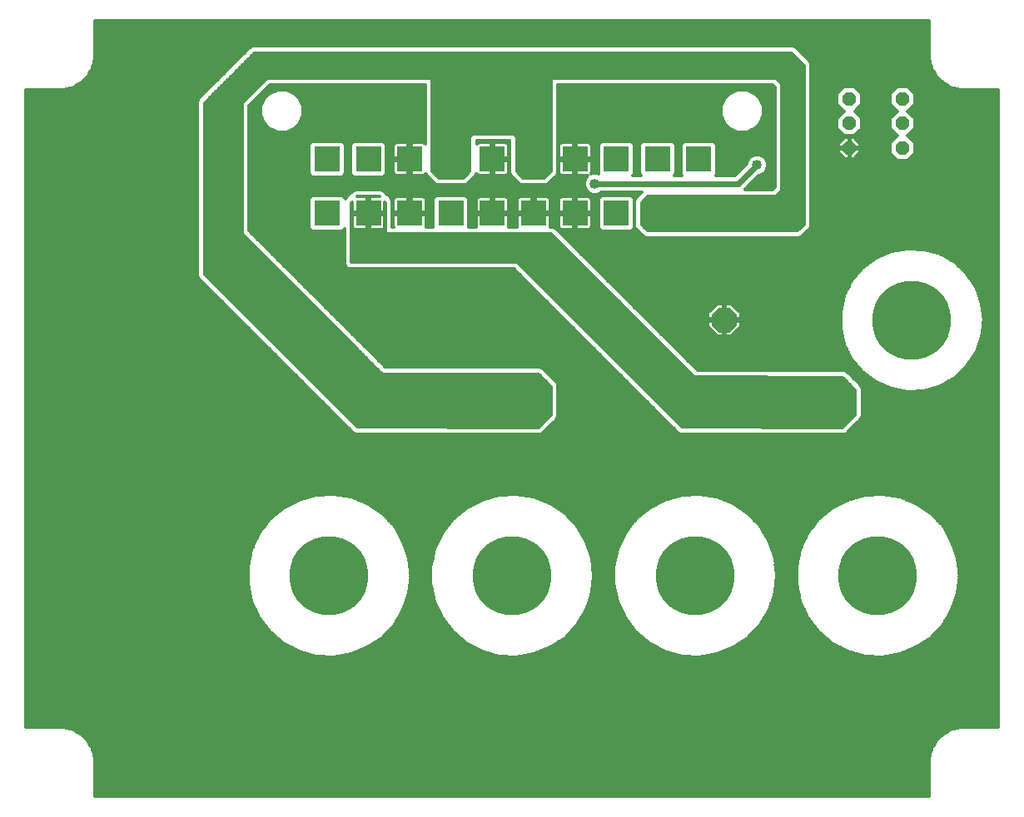
<source format=gbl>
G75*
G70*
%OFA0B0*%
%FSLAX24Y24*%
%IPPOS*%
%LPD*%
%AMOC8*
5,1,8,0,0,1.08239X$1,22.5*
%
%ADD10OC8,0.1000*%
%ADD11C,0.3150*%
%ADD12R,0.1004X0.1004*%
%ADD13OC8,0.0555*%
%ADD14C,0.0120*%
%ADD15C,0.0436*%
%ADD16C,0.0400*%
%ADD17C,0.0560*%
%ADD18C,0.0240*%
D10*
X015579Y024099D03*
X032579Y024099D03*
D11*
X040089Y024099D03*
X038725Y013863D03*
X031402Y013863D03*
X024079Y013863D03*
X016757Y013863D03*
X009434Y013863D03*
X008070Y024099D03*
D12*
X016678Y028378D03*
X018331Y028378D03*
X019985Y028378D03*
X021638Y028378D03*
X023292Y028378D03*
X024946Y028378D03*
X026599Y028378D03*
X028253Y028378D03*
X029906Y028378D03*
X031560Y028378D03*
X031560Y030544D03*
X029906Y030544D03*
X028253Y030544D03*
X026599Y030544D03*
X024946Y030544D03*
X023292Y030544D03*
X021638Y030544D03*
X019985Y030544D03*
X018331Y030544D03*
X016678Y030544D03*
D13*
X037583Y030989D03*
X037583Y031973D03*
X037583Y032957D03*
X039709Y032957D03*
X039709Y031973D03*
X039709Y030989D03*
D14*
X007370Y006300D02*
X007370Y005028D01*
X040789Y005028D01*
X040789Y006198D01*
X040789Y006300D01*
X040783Y006307D01*
X040789Y006390D01*
X040789Y006505D01*
X040786Y006508D01*
X040789Y006519D01*
X040789Y006567D01*
X040806Y006631D01*
X040808Y006657D01*
X040814Y006663D01*
X040823Y006696D01*
X040818Y006707D01*
X040845Y006777D01*
X040861Y006851D01*
X040865Y006854D01*
X040884Y006923D01*
X040927Y006997D01*
X040941Y007035D01*
X040951Y007040D01*
X040967Y007067D01*
X040965Y007080D01*
X041005Y007133D01*
X041031Y007178D01*
X041047Y007206D01*
X041048Y007207D01*
X041068Y007243D01*
X041143Y007317D01*
X041176Y007361D01*
X041188Y007362D01*
X041210Y007384D01*
X041211Y007396D01*
X041255Y007429D01*
X041329Y007504D01*
X041365Y007524D01*
X041366Y007525D01*
X041394Y007541D01*
X041439Y007567D01*
X041492Y007607D01*
X041505Y007605D01*
X041532Y007620D01*
X041537Y007631D01*
X041575Y007645D01*
X041649Y007688D01*
X041718Y007706D01*
X041721Y007711D01*
X041795Y007727D01*
X041865Y007754D01*
X041876Y007749D01*
X041909Y007758D01*
X041915Y007764D01*
X041941Y007766D01*
X042005Y007783D01*
X042053Y007783D01*
X042064Y007786D01*
X042067Y007783D01*
X042098Y007783D01*
X042182Y007783D01*
X042265Y007789D01*
X042272Y007783D01*
X043544Y007783D01*
X043544Y033328D01*
X042272Y033328D01*
X042265Y033322D01*
X042182Y033328D01*
X042098Y033328D01*
X042067Y033328D01*
X042064Y033325D01*
X042053Y033328D01*
X042005Y033328D01*
X041941Y033345D01*
X041915Y033347D01*
X041909Y033353D01*
X041876Y033362D01*
X041865Y033358D01*
X041795Y033384D01*
X041721Y033400D01*
X041718Y033405D01*
X041649Y033423D01*
X041575Y033466D01*
X041537Y033480D01*
X041532Y033491D01*
X041505Y033506D01*
X041492Y033504D01*
X041439Y033544D01*
X041394Y033570D01*
X041366Y033586D01*
X041365Y033587D01*
X041329Y033608D01*
X041255Y033682D01*
X041211Y033715D01*
X041210Y033727D01*
X041188Y033749D01*
X041176Y033751D01*
X041143Y033794D01*
X041068Y033869D01*
X041048Y033905D01*
X041047Y033905D01*
X041031Y033933D01*
X041005Y033978D01*
X040965Y034031D01*
X040967Y034044D01*
X040951Y034071D01*
X040941Y034076D01*
X040927Y034114D01*
X040884Y034188D01*
X040865Y034257D01*
X040861Y034260D01*
X040845Y034334D01*
X040818Y034405D01*
X040823Y034415D01*
X040814Y034448D01*
X040808Y034454D01*
X040806Y034480D01*
X040789Y034544D01*
X040789Y034592D01*
X040786Y034603D01*
X040789Y034607D01*
X040789Y034638D01*
X040789Y034721D01*
X040783Y034804D01*
X040789Y034811D01*
X040789Y036084D01*
X007370Y036084D01*
X007370Y034913D01*
X007370Y034811D01*
X007376Y034804D01*
X007370Y034721D01*
X007370Y034607D01*
X007373Y034603D01*
X007370Y034592D01*
X007370Y034544D01*
X007353Y034480D01*
X007351Y034454D01*
X007344Y034448D01*
X007336Y034415D01*
X007340Y034405D01*
X007314Y034334D01*
X007298Y034260D01*
X007293Y034257D01*
X007275Y034188D01*
X007232Y034114D01*
X007218Y034076D01*
X007207Y034071D01*
X007192Y034044D01*
X007193Y034031D01*
X007153Y033978D01*
X007128Y033933D01*
X007112Y033905D01*
X007111Y033905D01*
X007090Y033869D01*
X007016Y033794D01*
X006983Y033751D01*
X006970Y033749D01*
X006949Y033727D01*
X006947Y033715D01*
X006904Y033682D01*
X006829Y033608D01*
X006793Y033587D01*
X006793Y033586D01*
X006765Y033570D01*
X006720Y033544D01*
X006667Y033504D01*
X006654Y033506D01*
X006627Y033491D01*
X006622Y033480D01*
X006584Y033466D01*
X006510Y033423D01*
X006441Y033405D01*
X006438Y033400D01*
X006364Y033384D01*
X006293Y033358D01*
X006283Y033362D01*
X006249Y033353D01*
X006244Y033347D01*
X006218Y033345D01*
X006154Y033328D01*
X006106Y033328D01*
X006095Y033325D01*
X006091Y033328D01*
X006060Y033328D01*
X005977Y033328D01*
X005894Y033322D01*
X005887Y033328D01*
X005667Y033328D01*
X004614Y033328D01*
X004614Y007783D01*
X005887Y007783D01*
X005894Y007789D01*
X005977Y007783D01*
X006060Y007783D01*
X006091Y007783D01*
X006095Y007786D01*
X006106Y007783D01*
X006154Y007783D01*
X006218Y007766D01*
X006244Y007764D01*
X006249Y007758D01*
X006283Y007749D01*
X006293Y007754D01*
X006364Y007727D01*
X006438Y007711D01*
X006441Y007706D01*
X006510Y007688D01*
X006584Y007645D01*
X006622Y007631D01*
X006627Y007620D01*
X006654Y007605D01*
X006667Y007607D01*
X006720Y007567D01*
X006764Y007541D01*
X006793Y007525D01*
X006793Y007524D01*
X006829Y007504D01*
X006904Y007429D01*
X006947Y007396D01*
X006949Y007384D01*
X006970Y007362D01*
X006983Y007361D01*
X007016Y007317D01*
X007090Y007243D01*
X007111Y007207D01*
X007112Y007206D01*
X007128Y007178D01*
X007153Y007133D01*
X007193Y007080D01*
X007192Y007067D01*
X007207Y007040D01*
X007218Y007035D01*
X007232Y006997D01*
X007275Y006923D01*
X007293Y006854D01*
X007298Y006851D01*
X007314Y006777D01*
X007340Y006707D01*
X007336Y006696D01*
X007344Y006663D01*
X007351Y006657D01*
X007353Y006631D01*
X007370Y006567D01*
X007370Y006519D01*
X007373Y006508D01*
X007370Y006504D01*
X007370Y006473D01*
X007370Y006390D01*
X007376Y006307D01*
X007370Y006300D01*
X007373Y006349D02*
X040786Y006349D01*
X040789Y006467D02*
X007370Y006467D01*
X007365Y006586D02*
X040794Y006586D01*
X040819Y006704D02*
X007339Y006704D01*
X007304Y006823D02*
X040855Y006823D01*
X040894Y006941D02*
X007264Y006941D01*
X007196Y007060D02*
X040963Y007060D01*
X041031Y007178D02*
X007127Y007178D01*
X007036Y007297D02*
X041123Y007297D01*
X041237Y007416D02*
X006922Y007416D01*
X006777Y007534D02*
X041382Y007534D01*
X041588Y007653D02*
X006571Y007653D01*
X006199Y007771D02*
X041959Y007771D01*
X043544Y007890D02*
X004614Y007890D01*
X004614Y008008D02*
X043544Y008008D01*
X043544Y008127D02*
X004614Y008127D01*
X004614Y008245D02*
X043544Y008245D01*
X043544Y008364D02*
X004614Y008364D01*
X004614Y008482D02*
X043544Y008482D01*
X043544Y008601D02*
X004614Y008601D01*
X004614Y008719D02*
X043544Y008719D01*
X043544Y008838D02*
X004614Y008838D01*
X004614Y008957D02*
X043544Y008957D01*
X043544Y009075D02*
X004614Y009075D01*
X004614Y009194D02*
X043544Y009194D01*
X043544Y009312D02*
X004614Y009312D01*
X004614Y009431D02*
X043544Y009431D01*
X043544Y009549D02*
X004614Y009549D01*
X004614Y009668D02*
X043544Y009668D01*
X043544Y009786D02*
X004614Y009786D01*
X004614Y009905D02*
X043544Y009905D01*
X043544Y010023D02*
X004614Y010023D01*
X004614Y010142D02*
X043544Y010142D01*
X043544Y010261D02*
X004614Y010261D01*
X004614Y010379D02*
X043544Y010379D01*
X043544Y010498D02*
X004614Y010498D01*
X004614Y010616D02*
X016567Y010616D01*
X016227Y010635D02*
X016934Y010596D01*
X017632Y010711D01*
X018289Y010973D01*
X018874Y011369D01*
X018874Y011370D02*
X019361Y011883D01*
X019725Y012489D01*
X019951Y013159D01*
X020028Y013863D01*
X019951Y014566D01*
X019725Y015236D01*
X019725Y015236D01*
X019361Y015842D01*
X018874Y016356D01*
X018289Y016753D01*
X018289Y016753D01*
X017632Y017015D01*
X016934Y017129D01*
X016934Y017129D01*
X016227Y017091D01*
X015546Y016901D01*
X014921Y016570D01*
X014921Y016570D01*
X014382Y016112D01*
X013954Y015549D01*
X013657Y014907D01*
X013505Y014216D01*
X013505Y013509D01*
X013657Y012818D01*
X013954Y012176D01*
X014382Y011613D01*
X014921Y011155D01*
X015546Y010824D01*
X016227Y010635D01*
X016227Y010635D01*
X015867Y010735D02*
X004614Y010735D01*
X004614Y010853D02*
X015490Y010853D01*
X015546Y010824D02*
X015546Y010824D01*
X015267Y010972D02*
X004614Y010972D01*
X004614Y011090D02*
X015043Y011090D01*
X014921Y011155D02*
X014921Y011155D01*
X014858Y011209D02*
X004614Y011209D01*
X004614Y011327D02*
X014718Y011327D01*
X014578Y011446D02*
X004614Y011446D01*
X004614Y011565D02*
X014439Y011565D01*
X014382Y011613D02*
X014382Y011613D01*
X014382Y011613D01*
X014328Y011683D02*
X004614Y011683D01*
X004614Y011802D02*
X014238Y011802D01*
X014148Y011920D02*
X004614Y011920D01*
X004614Y012039D02*
X014058Y012039D01*
X013968Y012157D02*
X004614Y012157D01*
X004614Y012276D02*
X013907Y012276D01*
X013954Y012176D02*
X013954Y012176D01*
X013853Y012394D02*
X004614Y012394D01*
X004614Y012513D02*
X013798Y012513D01*
X013743Y012631D02*
X004614Y012631D01*
X004614Y012750D02*
X013688Y012750D01*
X013657Y012818D02*
X013657Y012818D01*
X013645Y012869D02*
X004614Y012869D01*
X004614Y012987D02*
X013619Y012987D01*
X013593Y013106D02*
X004614Y013106D01*
X004614Y013224D02*
X013567Y013224D01*
X013541Y013343D02*
X004614Y013343D01*
X004614Y013461D02*
X013515Y013461D01*
X013505Y013509D02*
X013505Y013509D01*
X013505Y013580D02*
X004614Y013580D01*
X004614Y013698D02*
X013505Y013698D01*
X013505Y013817D02*
X004614Y013817D01*
X004614Y013935D02*
X013505Y013935D01*
X013505Y014054D02*
X004614Y014054D01*
X004614Y014172D02*
X013505Y014172D01*
X013505Y014216D02*
X013505Y014216D01*
X013521Y014291D02*
X004614Y014291D01*
X004614Y014410D02*
X013547Y014410D01*
X013573Y014528D02*
X004614Y014528D01*
X004614Y014647D02*
X013599Y014647D01*
X013625Y014765D02*
X004614Y014765D01*
X004614Y014884D02*
X013651Y014884D01*
X013657Y014907D02*
X013657Y014907D01*
X013701Y015002D02*
X004614Y015002D01*
X004614Y015121D02*
X013755Y015121D01*
X013810Y015239D02*
X004614Y015239D01*
X004614Y015358D02*
X013865Y015358D01*
X013920Y015476D02*
X004614Y015476D01*
X004614Y015595D02*
X013988Y015595D01*
X013954Y015549D02*
X013954Y015549D01*
X014079Y015714D02*
X004614Y015714D01*
X004614Y015832D02*
X014169Y015832D01*
X014259Y015951D02*
X004614Y015951D01*
X004614Y016069D02*
X014349Y016069D01*
X014382Y016112D02*
X014382Y016112D01*
X014471Y016188D02*
X004614Y016188D01*
X004614Y016306D02*
X014610Y016306D01*
X014750Y016425D02*
X004614Y016425D01*
X004614Y016543D02*
X014889Y016543D01*
X015094Y016662D02*
X004614Y016662D01*
X004614Y016780D02*
X015317Y016780D01*
X015541Y016899D02*
X004614Y016899D01*
X004614Y017018D02*
X015964Y017018D01*
X016227Y017091D02*
X016227Y017091D01*
X015546Y016901D02*
X015546Y016901D01*
X017614Y017018D02*
X023286Y017018D01*
X023550Y017091D02*
X022869Y016901D01*
X022244Y016570D01*
X022244Y016570D01*
X021704Y016112D01*
X021276Y015549D01*
X020979Y014907D01*
X020827Y014216D01*
X020827Y013509D01*
X020979Y012818D01*
X021276Y012176D01*
X021704Y011613D01*
X021705Y011613D01*
X022244Y011155D01*
X022869Y010824D01*
X023550Y010635D01*
X023550Y010635D01*
X024256Y010596D01*
X024256Y010596D01*
X024954Y010711D01*
X024954Y010711D01*
X025612Y010973D01*
X026197Y011369D01*
X026684Y011883D01*
X027048Y012489D01*
X027048Y012489D01*
X027274Y013159D01*
X027274Y013159D01*
X027351Y013863D01*
X027274Y014566D01*
X027048Y015236D01*
X027048Y015236D01*
X026684Y015842D01*
X026197Y016356D01*
X025612Y016753D01*
X025612Y016753D01*
X024954Y017015D01*
X024256Y017129D01*
X023550Y017091D01*
X023550Y017091D01*
X022869Y016901D02*
X022869Y016901D01*
X022864Y016899D02*
X017922Y016899D01*
X017632Y017015D02*
X017632Y017015D01*
X018219Y016780D02*
X022640Y016780D01*
X022417Y016662D02*
X018423Y016662D01*
X018598Y016543D02*
X022212Y016543D01*
X022073Y016425D02*
X018772Y016425D01*
X018874Y016356D02*
X018874Y016356D01*
X018921Y016306D02*
X021933Y016306D01*
X021793Y016188D02*
X019033Y016188D01*
X019146Y016069D02*
X021672Y016069D01*
X021704Y016112D02*
X021704Y016112D01*
X021582Y015951D02*
X019258Y015951D01*
X019361Y015842D02*
X019361Y015842D01*
X019367Y015832D02*
X021492Y015832D01*
X021401Y015714D02*
X019438Y015714D01*
X019509Y015595D02*
X021311Y015595D01*
X021276Y015549D02*
X021276Y015549D01*
X021243Y015476D02*
X019581Y015476D01*
X019652Y015358D02*
X021188Y015358D01*
X021133Y015239D02*
X019723Y015239D01*
X019764Y015121D02*
X021078Y015121D01*
X021023Y015002D02*
X019804Y015002D01*
X019844Y014884D02*
X020974Y014884D01*
X020979Y014907D02*
X020979Y014907D01*
X020948Y014765D02*
X019884Y014765D01*
X019924Y014647D02*
X020922Y014647D01*
X020896Y014528D02*
X019955Y014528D01*
X019951Y014566D02*
X019951Y014566D01*
X019968Y014410D02*
X020870Y014410D01*
X020844Y014291D02*
X019981Y014291D01*
X019994Y014172D02*
X020827Y014172D01*
X020827Y014216D02*
X020827Y014216D01*
X020827Y014054D02*
X020007Y014054D01*
X020020Y013935D02*
X020827Y013935D01*
X020827Y013817D02*
X020023Y013817D01*
X020028Y013863D02*
X020028Y013863D01*
X020010Y013698D02*
X020827Y013698D01*
X020827Y013580D02*
X019997Y013580D01*
X019984Y013461D02*
X020838Y013461D01*
X020827Y013509D02*
X020827Y013509D01*
X020864Y013343D02*
X019971Y013343D01*
X019958Y013224D02*
X020890Y013224D01*
X020916Y013106D02*
X019933Y013106D01*
X019893Y012987D02*
X020942Y012987D01*
X020968Y012869D02*
X019853Y012869D01*
X019813Y012750D02*
X021011Y012750D01*
X020979Y012818D02*
X020979Y012818D01*
X021066Y012631D02*
X019773Y012631D01*
X019733Y012513D02*
X021121Y012513D01*
X021175Y012394D02*
X019668Y012394D01*
X019597Y012276D02*
X021230Y012276D01*
X021291Y012157D02*
X019526Y012157D01*
X019454Y012039D02*
X021381Y012039D01*
X021471Y011920D02*
X019383Y011920D01*
X019284Y011802D02*
X021561Y011802D01*
X021651Y011683D02*
X019171Y011683D01*
X019059Y011565D02*
X021762Y011565D01*
X021901Y011446D02*
X018947Y011446D01*
X018874Y011370D02*
X018874Y011369D01*
X018812Y011327D02*
X022041Y011327D01*
X022180Y011209D02*
X018637Y011209D01*
X018462Y011090D02*
X022366Y011090D01*
X022589Y010972D02*
X018287Y010972D01*
X017989Y010853D02*
X022813Y010853D01*
X023190Y010735D02*
X017692Y010735D01*
X017632Y010711D02*
X017632Y010711D01*
X017055Y010616D02*
X023890Y010616D01*
X024378Y010616D02*
X031213Y010616D01*
X030873Y010635D02*
X031579Y010596D01*
X032277Y010711D01*
X032277Y010711D01*
X032934Y010973D01*
X032934Y010973D01*
X033520Y011369D01*
X034006Y011883D01*
X034371Y012489D01*
X034371Y012489D01*
X034597Y013159D01*
X034597Y013159D01*
X034673Y013863D01*
X034597Y014566D01*
X034371Y015236D01*
X034371Y015236D01*
X034006Y015842D01*
X034006Y015842D01*
X033520Y016356D01*
X032934Y016753D01*
X032277Y017015D01*
X031579Y017129D01*
X030873Y017091D01*
X030191Y016901D01*
X029566Y016570D01*
X029027Y016112D01*
X028599Y015549D01*
X028302Y014907D01*
X028150Y014216D01*
X028150Y013509D01*
X028302Y012818D01*
X028599Y012176D01*
X029027Y011613D01*
X029027Y011613D01*
X029027Y011613D01*
X029566Y011155D01*
X029566Y011155D01*
X030191Y010824D01*
X030191Y010824D01*
X030873Y010635D01*
X030873Y010635D01*
X030512Y010735D02*
X025015Y010735D01*
X025312Y010853D02*
X030136Y010853D01*
X029912Y010972D02*
X025610Y010972D01*
X025612Y010973D02*
X025612Y010973D01*
X025785Y011090D02*
X029689Y011090D01*
X029503Y011209D02*
X025960Y011209D01*
X026135Y011327D02*
X029364Y011327D01*
X029224Y011446D02*
X026269Y011446D01*
X026197Y011369D02*
X026197Y011369D01*
X026382Y011565D02*
X029084Y011565D01*
X028974Y011683D02*
X026494Y011683D01*
X026606Y011802D02*
X028884Y011802D01*
X028794Y011920D02*
X026706Y011920D01*
X026684Y011883D02*
X026684Y011883D01*
X026777Y012039D02*
X028704Y012039D01*
X028614Y012157D02*
X026848Y012157D01*
X026920Y012276D02*
X028553Y012276D01*
X028599Y012176D02*
X028599Y012176D01*
X028498Y012394D02*
X026991Y012394D01*
X027056Y012513D02*
X028443Y012513D01*
X028389Y012631D02*
X027096Y012631D01*
X027136Y012750D02*
X028334Y012750D01*
X028302Y012818D02*
X028302Y012818D01*
X028291Y012869D02*
X027176Y012869D01*
X027216Y012987D02*
X028265Y012987D01*
X028239Y013106D02*
X027256Y013106D01*
X027281Y013224D02*
X028213Y013224D01*
X028187Y013343D02*
X027294Y013343D01*
X027307Y013461D02*
X028161Y013461D01*
X028150Y013509D02*
X028150Y013509D01*
X028150Y013580D02*
X027320Y013580D01*
X027333Y013698D02*
X028150Y013698D01*
X028150Y013817D02*
X027346Y013817D01*
X027343Y013935D02*
X028150Y013935D01*
X028150Y014054D02*
X027330Y014054D01*
X027317Y014172D02*
X028150Y014172D01*
X028150Y014216D02*
X028150Y014216D01*
X028167Y014291D02*
X027304Y014291D01*
X027291Y014410D02*
X028193Y014410D01*
X028219Y014528D02*
X027278Y014528D01*
X027274Y014566D02*
X027274Y014566D01*
X027247Y014647D02*
X028245Y014647D01*
X028271Y014765D02*
X027207Y014765D01*
X027167Y014884D02*
X028297Y014884D01*
X028346Y015002D02*
X027127Y015002D01*
X027087Y015121D02*
X028401Y015121D01*
X028456Y015239D02*
X027046Y015239D01*
X026975Y015358D02*
X028511Y015358D01*
X028566Y015476D02*
X026904Y015476D01*
X026832Y015595D02*
X028634Y015595D01*
X028724Y015714D02*
X026761Y015714D01*
X026690Y015832D02*
X028814Y015832D01*
X028905Y015951D02*
X026581Y015951D01*
X026684Y015842D02*
X026684Y015842D01*
X026469Y016069D02*
X028995Y016069D01*
X029027Y016112D02*
X029027Y016112D01*
X029116Y016188D02*
X026356Y016188D01*
X026244Y016306D02*
X029256Y016306D01*
X029395Y016425D02*
X026095Y016425D01*
X026197Y016356D02*
X026197Y016356D01*
X025920Y016543D02*
X029535Y016543D01*
X029739Y016662D02*
X025746Y016662D01*
X025542Y016780D02*
X029963Y016780D01*
X030187Y016899D02*
X025245Y016899D01*
X024954Y017015D02*
X024954Y017015D01*
X024936Y017018D02*
X030609Y017018D01*
X030873Y017091D02*
X030873Y017091D01*
X031579Y017129D02*
X031579Y017129D01*
X032259Y017018D02*
X037932Y017018D01*
X038196Y017091D02*
X037514Y016901D01*
X036889Y016570D01*
X036350Y016112D01*
X035922Y015549D01*
X035625Y014907D01*
X035473Y014216D01*
X035473Y013509D01*
X035625Y012818D01*
X035922Y012176D01*
X036350Y011613D01*
X036350Y011613D01*
X036350Y011613D01*
X036889Y011155D01*
X037514Y010824D01*
X038196Y010635D01*
X038902Y010596D01*
X039600Y010711D01*
X039600Y010711D01*
X040257Y010973D01*
X040257Y010973D01*
X040843Y011369D01*
X040843Y011370D01*
X041329Y011883D01*
X041694Y012489D01*
X041920Y013159D01*
X041920Y013159D01*
X041996Y013863D01*
X041920Y014566D01*
X041694Y015236D01*
X041694Y015236D01*
X041329Y015842D01*
X040843Y016356D01*
X040257Y016753D01*
X039600Y017015D01*
X038902Y017129D01*
X038196Y017091D01*
X038196Y017091D01*
X037514Y016901D02*
X037514Y016901D01*
X037509Y016899D02*
X032567Y016899D01*
X032277Y017015D02*
X032277Y017015D01*
X032865Y016780D02*
X037286Y016780D01*
X037062Y016662D02*
X033068Y016662D01*
X032934Y016753D02*
X032934Y016753D01*
X033243Y016543D02*
X036858Y016543D01*
X036889Y016570D02*
X036889Y016570D01*
X036718Y016425D02*
X033418Y016425D01*
X033520Y016356D02*
X033520Y016356D01*
X033567Y016306D02*
X036579Y016306D01*
X036439Y016188D02*
X033679Y016188D01*
X033791Y016069D02*
X036317Y016069D01*
X036350Y016112D02*
X036350Y016112D01*
X036350Y016112D01*
X036227Y015951D02*
X033904Y015951D01*
X034012Y015832D02*
X036137Y015832D01*
X036047Y015714D02*
X034084Y015714D01*
X034155Y015595D02*
X035957Y015595D01*
X035922Y015549D02*
X035922Y015549D01*
X035889Y015476D02*
X034226Y015476D01*
X034298Y015358D02*
X035834Y015358D01*
X035779Y015239D02*
X034369Y015239D01*
X034410Y015121D02*
X035724Y015121D01*
X035669Y015002D02*
X034450Y015002D01*
X034490Y014884D02*
X035620Y014884D01*
X035625Y014907D02*
X035625Y014907D01*
X035594Y014765D02*
X034530Y014765D01*
X034570Y014647D02*
X035568Y014647D01*
X035542Y014528D02*
X034601Y014528D01*
X034597Y014566D02*
X034597Y014566D01*
X034614Y014410D02*
X035516Y014410D01*
X035489Y014291D02*
X034627Y014291D01*
X034640Y014172D02*
X035473Y014172D01*
X035473Y014216D02*
X035473Y014216D01*
X035473Y014054D02*
X034653Y014054D01*
X034665Y013935D02*
X035473Y013935D01*
X035473Y013817D02*
X034668Y013817D01*
X034655Y013698D02*
X035473Y013698D01*
X035473Y013580D02*
X034643Y013580D01*
X034630Y013461D02*
X035484Y013461D01*
X035473Y013509D02*
X035473Y013509D01*
X035510Y013343D02*
X034617Y013343D01*
X034604Y013224D02*
X035536Y013224D01*
X035562Y013106D02*
X034579Y013106D01*
X034539Y012987D02*
X035588Y012987D01*
X035614Y012869D02*
X034499Y012869D01*
X034459Y012750D02*
X035657Y012750D01*
X035625Y012818D02*
X035625Y012818D01*
X035711Y012631D02*
X034419Y012631D01*
X034379Y012513D02*
X035766Y012513D01*
X035821Y012394D02*
X034314Y012394D01*
X034243Y012276D02*
X035876Y012276D01*
X035922Y012176D02*
X035922Y012176D01*
X035936Y012157D02*
X034171Y012157D01*
X034100Y012039D02*
X036027Y012039D01*
X036117Y011920D02*
X034029Y011920D01*
X034006Y011883D02*
X034006Y011883D01*
X033929Y011802D02*
X036207Y011802D01*
X036297Y011683D02*
X033817Y011683D01*
X033705Y011565D02*
X036407Y011565D01*
X036547Y011446D02*
X033592Y011446D01*
X033520Y011369D02*
X033520Y011369D01*
X033458Y011327D02*
X036686Y011327D01*
X036826Y011209D02*
X033283Y011209D01*
X033108Y011090D02*
X037012Y011090D01*
X036889Y011155D02*
X036889Y011155D01*
X037235Y010972D02*
X032933Y010972D01*
X032635Y010853D02*
X037459Y010853D01*
X037514Y010824D02*
X037514Y010824D01*
X037835Y010735D02*
X032337Y010735D01*
X031701Y010616D02*
X038536Y010616D01*
X038196Y010635D02*
X038196Y010635D01*
X038902Y010596D02*
X038902Y010596D01*
X039023Y010616D02*
X043544Y010616D01*
X043544Y010735D02*
X039660Y010735D01*
X039958Y010853D02*
X043544Y010853D01*
X043544Y010972D02*
X040255Y010972D01*
X040431Y011090D02*
X043544Y011090D01*
X043544Y011209D02*
X040606Y011209D01*
X040781Y011327D02*
X043544Y011327D01*
X043544Y011446D02*
X040915Y011446D01*
X040843Y011369D02*
X040843Y011369D01*
X041027Y011565D02*
X043544Y011565D01*
X043544Y011683D02*
X041140Y011683D01*
X041252Y011802D02*
X043544Y011802D01*
X043544Y011920D02*
X041351Y011920D01*
X041329Y011883D02*
X041329Y011883D01*
X041423Y012039D02*
X043544Y012039D01*
X043544Y012157D02*
X041494Y012157D01*
X041565Y012276D02*
X043544Y012276D01*
X043544Y012394D02*
X041637Y012394D01*
X041694Y012489D02*
X041694Y012489D01*
X041702Y012513D02*
X043544Y012513D01*
X043544Y012631D02*
X041742Y012631D01*
X041782Y012750D02*
X043544Y012750D01*
X043544Y012869D02*
X041822Y012869D01*
X041862Y012987D02*
X043544Y012987D01*
X043544Y013106D02*
X041902Y013106D01*
X041927Y013224D02*
X043544Y013224D01*
X043544Y013343D02*
X041940Y013343D01*
X041952Y013461D02*
X043544Y013461D01*
X043544Y013580D02*
X041965Y013580D01*
X041978Y013698D02*
X043544Y013698D01*
X043544Y013817D02*
X041991Y013817D01*
X041988Y013935D02*
X043544Y013935D01*
X043544Y014054D02*
X041975Y014054D01*
X041962Y014172D02*
X043544Y014172D01*
X043544Y014291D02*
X041950Y014291D01*
X041937Y014410D02*
X043544Y014410D01*
X043544Y014528D02*
X041924Y014528D01*
X041920Y014566D02*
X041920Y014566D01*
X041892Y014647D02*
X043544Y014647D01*
X043544Y014765D02*
X041853Y014765D01*
X041813Y014884D02*
X043544Y014884D01*
X043544Y015002D02*
X041773Y015002D01*
X041733Y015121D02*
X043544Y015121D01*
X043544Y015239D02*
X041692Y015239D01*
X041621Y015358D02*
X043544Y015358D01*
X043544Y015476D02*
X041549Y015476D01*
X041478Y015595D02*
X043544Y015595D01*
X043544Y015714D02*
X041407Y015714D01*
X041335Y015832D02*
X043544Y015832D01*
X043544Y015951D02*
X041227Y015951D01*
X041329Y015842D02*
X041329Y015842D01*
X041114Y016069D02*
X043544Y016069D01*
X043544Y016188D02*
X041002Y016188D01*
X040890Y016306D02*
X043544Y016306D01*
X043544Y016425D02*
X040741Y016425D01*
X040566Y016543D02*
X043544Y016543D01*
X043544Y016662D02*
X040391Y016662D01*
X040188Y016780D02*
X043544Y016780D01*
X043544Y016899D02*
X039890Y016899D01*
X039582Y017018D02*
X043544Y017018D01*
X043544Y017136D02*
X004614Y017136D01*
X004614Y017255D02*
X043544Y017255D01*
X043544Y017373D02*
X004614Y017373D01*
X004614Y017492D02*
X043544Y017492D01*
X043544Y017610D02*
X004614Y017610D01*
X004614Y017729D02*
X043544Y017729D01*
X043544Y017847D02*
X004614Y017847D01*
X004614Y017966D02*
X043544Y017966D01*
X043544Y018084D02*
X004614Y018084D01*
X004614Y018203D02*
X043544Y018203D01*
X043544Y018321D02*
X004614Y018321D01*
X004614Y018440D02*
X043544Y018440D01*
X043544Y018559D02*
X004614Y018559D01*
X004614Y018677D02*
X043544Y018677D01*
X043544Y018796D02*
X004614Y018796D01*
X004614Y018914D02*
X043544Y018914D01*
X043544Y019033D02*
X004614Y019033D01*
X004614Y019151D02*
X043544Y019151D01*
X043544Y019270D02*
X004614Y019270D01*
X004614Y019388D02*
X043544Y019388D01*
X043544Y019507D02*
X004614Y019507D01*
X004614Y019625D02*
X017680Y019625D01*
X017658Y019648D02*
X017736Y019570D01*
X017792Y019547D01*
X017838Y019528D01*
X017839Y019528D01*
X017911Y019528D01*
X025088Y019524D01*
X025126Y019524D01*
X025199Y019524D01*
X025211Y019529D01*
X025302Y019566D01*
X025381Y019645D01*
X025802Y020066D01*
X025881Y020145D01*
X025923Y020248D01*
X025923Y021428D01*
X025924Y021482D01*
X025923Y021483D01*
X025923Y021484D01*
X025903Y021534D01*
X025882Y021585D01*
X025881Y021586D01*
X025881Y021587D01*
X025842Y021625D01*
X025386Y022090D01*
X025386Y022091D01*
X025346Y022130D01*
X025309Y022168D01*
X025308Y022169D01*
X025307Y022170D01*
X025256Y022191D01*
X025206Y022212D01*
X025205Y022212D01*
X025204Y022213D01*
X025149Y022213D01*
X025095Y022213D01*
X025094Y022213D01*
X019010Y022213D01*
X013544Y027678D01*
X013544Y032688D01*
X014380Y033524D01*
X020609Y033524D01*
X020609Y031149D01*
X020585Y031174D01*
X020549Y031195D01*
X020508Y031206D01*
X020045Y031206D01*
X020045Y030604D01*
X019925Y030604D01*
X019925Y031206D01*
X019462Y031206D01*
X019421Y031195D01*
X019385Y031174D01*
X019355Y031144D01*
X019334Y031107D01*
X019323Y031067D01*
X019323Y030604D01*
X019925Y030604D01*
X019925Y030484D01*
X019323Y030484D01*
X019323Y030021D01*
X019334Y029980D01*
X019355Y029944D01*
X019385Y029914D01*
X019421Y029893D01*
X019462Y029882D01*
X019925Y029882D01*
X019925Y030484D01*
X020045Y030484D01*
X020045Y029882D01*
X020508Y029882D01*
X020549Y029893D01*
X020585Y029914D01*
X020615Y029944D01*
X020625Y029961D01*
X020652Y029895D01*
X020731Y029816D01*
X020981Y029566D01*
X021084Y029524D01*
X021195Y029524D01*
X022195Y029524D01*
X022298Y029566D01*
X022377Y029645D01*
X022627Y029895D01*
X022653Y029959D01*
X022662Y029944D01*
X022692Y029914D01*
X022728Y029893D01*
X022769Y029882D01*
X023232Y029882D01*
X023232Y030484D01*
X023352Y030484D01*
X023352Y030604D01*
X023232Y030604D01*
X023232Y031206D01*
X022769Y031206D01*
X022728Y031195D01*
X022692Y031174D01*
X022669Y031151D01*
X022669Y031274D01*
X023984Y031274D01*
X023984Y029998D01*
X024027Y029895D01*
X024106Y029816D01*
X024356Y029566D01*
X024459Y029524D01*
X024570Y029524D01*
X025445Y029524D01*
X025548Y029566D01*
X025627Y029645D01*
X025877Y029895D01*
X025919Y029998D01*
X025919Y030109D01*
X025919Y033524D01*
X034523Y033524D01*
X034609Y033438D01*
X034609Y029420D01*
X034523Y029334D01*
X033401Y029334D01*
X033955Y029888D01*
X033978Y029888D01*
X034132Y029951D01*
X034250Y030070D01*
X034314Y030224D01*
X034314Y030391D01*
X034250Y030545D01*
X034132Y030664D01*
X033978Y030728D01*
X033811Y030728D01*
X033656Y030664D01*
X033538Y030545D01*
X033474Y030391D01*
X033474Y030368D01*
X033004Y029898D01*
X032228Y029898D01*
X032282Y029951D01*
X032282Y031137D01*
X032153Y031266D01*
X030967Y031266D01*
X030838Y031137D01*
X030838Y029951D01*
X030891Y029898D01*
X030575Y029898D01*
X030628Y029951D01*
X030628Y031137D01*
X030499Y031266D01*
X029313Y031266D01*
X029184Y031137D01*
X029184Y029951D01*
X029237Y029898D01*
X028921Y029898D01*
X028975Y029951D01*
X028975Y031137D01*
X028846Y031266D01*
X027659Y031266D01*
X027531Y031137D01*
X027531Y029956D01*
X027478Y029978D01*
X027311Y029978D01*
X027229Y029944D01*
X027250Y029980D01*
X027261Y030021D01*
X027261Y030484D01*
X026659Y030484D01*
X026659Y030604D01*
X026539Y030604D01*
X026539Y031206D01*
X026076Y031206D01*
X026035Y031195D01*
X025999Y031174D01*
X025969Y031144D01*
X025948Y031107D01*
X025937Y031067D01*
X025937Y030604D01*
X026539Y030604D01*
X026539Y030484D01*
X025937Y030484D01*
X025937Y030021D01*
X025948Y029980D01*
X025969Y029944D01*
X025999Y029914D01*
X026035Y029893D01*
X026076Y029882D01*
X026539Y029882D01*
X026539Y030484D01*
X026659Y030484D01*
X026659Y029882D01*
X027122Y029882D01*
X027126Y029883D01*
X027038Y029795D01*
X026974Y029641D01*
X026974Y029474D01*
X027038Y029320D01*
X027156Y029201D01*
X027311Y029138D01*
X027478Y029138D01*
X027632Y029201D01*
X027648Y029218D01*
X029282Y029218D01*
X029277Y029212D01*
X029027Y028962D01*
X028984Y028859D01*
X028984Y028748D01*
X028984Y027873D01*
X029027Y027770D01*
X029106Y027691D01*
X029356Y027441D01*
X029459Y027399D01*
X029570Y027399D01*
X035570Y027399D01*
X035673Y027441D01*
X035752Y027520D01*
X036002Y027770D01*
X036044Y027873D01*
X036044Y027984D01*
X036044Y034359D01*
X036002Y034462D01*
X035923Y034541D01*
X035423Y035041D01*
X035320Y035084D01*
X035209Y035084D01*
X013820Y035084D01*
X013709Y035084D01*
X013606Y035041D01*
X011527Y032962D01*
X011484Y032859D01*
X011484Y032748D01*
X011484Y025882D01*
X011527Y025779D01*
X011606Y025700D01*
X017658Y019648D01*
X017736Y019570D02*
X017736Y019570D01*
X017736Y019570D01*
X017839Y019528D02*
X017839Y019528D01*
X017894Y019808D02*
X011764Y025937D01*
X011764Y032804D01*
X013764Y034804D01*
X035264Y034804D01*
X035764Y034304D01*
X035764Y027929D01*
X035514Y027679D01*
X029514Y027679D01*
X029264Y027929D01*
X029264Y028804D01*
X029514Y029054D01*
X034639Y029054D01*
X034889Y029304D01*
X034889Y033554D01*
X034639Y033804D01*
X025639Y033804D01*
X025639Y030054D01*
X025389Y029804D01*
X024514Y029804D01*
X024264Y030054D01*
X024264Y031429D01*
X024139Y031554D01*
X022514Y031554D01*
X022389Y031429D01*
X022389Y030054D01*
X022139Y029804D01*
X021139Y029804D01*
X020889Y030054D01*
X020889Y033804D01*
X014264Y033804D01*
X013264Y032804D01*
X013264Y027562D01*
X018894Y021933D01*
X025148Y021933D01*
X025643Y021429D01*
X025643Y020304D01*
X025143Y019804D01*
X017894Y019808D01*
X017839Y019863D02*
X025202Y019863D01*
X025321Y019981D02*
X017721Y019981D01*
X017602Y020100D02*
X025439Y020100D01*
X025558Y020218D02*
X017484Y020218D01*
X017365Y020337D02*
X025643Y020337D01*
X025643Y020455D02*
X017247Y020455D01*
X017128Y020574D02*
X025643Y020574D01*
X025643Y020692D02*
X017010Y020692D01*
X016891Y020811D02*
X025643Y020811D01*
X025643Y020929D02*
X016772Y020929D01*
X016654Y021048D02*
X025643Y021048D01*
X025643Y021167D02*
X016535Y021167D01*
X016417Y021285D02*
X025643Y021285D01*
X025643Y021404D02*
X016298Y021404D01*
X016180Y021522D02*
X025551Y021522D01*
X025435Y021641D02*
X016061Y021641D01*
X015943Y021759D02*
X025319Y021759D01*
X025202Y021878D02*
X015824Y021878D01*
X015706Y021996D02*
X018831Y021996D01*
X018712Y022115D02*
X015587Y022115D01*
X015468Y022233D02*
X018593Y022233D01*
X018475Y022352D02*
X015350Y022352D01*
X015231Y022471D02*
X018356Y022471D01*
X018238Y022589D02*
X015113Y022589D01*
X014994Y022708D02*
X018119Y022708D01*
X018001Y022826D02*
X014876Y022826D01*
X014757Y022945D02*
X017882Y022945D01*
X017764Y023063D02*
X014639Y023063D01*
X014520Y023182D02*
X017645Y023182D01*
X017527Y023300D02*
X014402Y023300D01*
X014283Y023419D02*
X017408Y023419D01*
X017289Y023537D02*
X014164Y023537D01*
X014046Y023656D02*
X017171Y023656D01*
X017052Y023774D02*
X013927Y023774D01*
X013809Y023893D02*
X016934Y023893D01*
X016815Y024012D02*
X013690Y024012D01*
X013572Y024130D02*
X016697Y024130D01*
X016578Y024249D02*
X013453Y024249D01*
X013335Y024367D02*
X016460Y024367D01*
X016341Y024486D02*
X013216Y024486D01*
X013098Y024604D02*
X016223Y024604D01*
X016104Y024723D02*
X012979Y024723D01*
X012861Y024841D02*
X015986Y024841D01*
X015867Y024960D02*
X012742Y024960D01*
X012623Y025078D02*
X015748Y025078D01*
X015630Y025197D02*
X012505Y025197D01*
X012386Y025316D02*
X015511Y025316D01*
X015393Y025434D02*
X012268Y025434D01*
X012149Y025553D02*
X015274Y025553D01*
X015156Y025671D02*
X012031Y025671D01*
X011912Y025790D02*
X015037Y025790D01*
X014919Y025908D02*
X011794Y025908D01*
X011764Y026027D02*
X014800Y026027D01*
X014682Y026145D02*
X011764Y026145D01*
X011764Y026264D02*
X014563Y026264D01*
X014444Y026382D02*
X011764Y026382D01*
X011764Y026501D02*
X014326Y026501D01*
X014207Y026620D02*
X011764Y026620D01*
X011764Y026738D02*
X014089Y026738D01*
X013970Y026857D02*
X011764Y026857D01*
X011764Y026975D02*
X013852Y026975D01*
X013733Y027094D02*
X011764Y027094D01*
X011764Y027212D02*
X013615Y027212D01*
X013496Y027331D02*
X011764Y027331D01*
X011764Y027449D02*
X013378Y027449D01*
X013264Y027568D02*
X011764Y027568D01*
X011764Y027686D02*
X013264Y027686D01*
X013264Y027805D02*
X011764Y027805D01*
X011764Y027924D02*
X013264Y027924D01*
X013264Y028042D02*
X011764Y028042D01*
X011764Y028161D02*
X013264Y028161D01*
X013264Y028279D02*
X011764Y028279D01*
X011764Y028398D02*
X013264Y028398D01*
X013264Y028516D02*
X011764Y028516D01*
X011764Y028635D02*
X013264Y028635D01*
X013264Y028753D02*
X011764Y028753D01*
X011764Y028872D02*
X013264Y028872D01*
X013264Y028990D02*
X011764Y028990D01*
X011764Y029109D02*
X013264Y029109D01*
X013264Y029227D02*
X011764Y029227D01*
X011764Y029346D02*
X013264Y029346D01*
X013264Y029465D02*
X011764Y029465D01*
X011764Y029583D02*
X013264Y029583D01*
X013264Y029702D02*
X011764Y029702D01*
X011764Y029820D02*
X013264Y029820D01*
X013264Y029939D02*
X011764Y029939D01*
X011764Y030057D02*
X013264Y030057D01*
X013264Y030176D02*
X011764Y030176D01*
X011764Y030294D02*
X013264Y030294D01*
X013264Y030413D02*
X011764Y030413D01*
X011764Y030531D02*
X013264Y030531D01*
X013264Y030650D02*
X011764Y030650D01*
X011764Y030769D02*
X013264Y030769D01*
X013264Y030887D02*
X011764Y030887D01*
X011764Y031006D02*
X013264Y031006D01*
X013264Y031124D02*
X011764Y031124D01*
X011764Y031243D02*
X013264Y031243D01*
X013264Y031361D02*
X011764Y031361D01*
X011764Y031480D02*
X013264Y031480D01*
X013264Y031598D02*
X011764Y031598D01*
X011764Y031717D02*
X013264Y031717D01*
X013264Y031835D02*
X011764Y031835D01*
X011764Y031954D02*
X013264Y031954D01*
X013264Y032073D02*
X011764Y032073D01*
X011764Y032191D02*
X013264Y032191D01*
X013264Y032310D02*
X011764Y032310D01*
X011764Y032428D02*
X013264Y032428D01*
X013264Y032547D02*
X011764Y032547D01*
X011764Y032665D02*
X013264Y032665D01*
X013264Y032784D02*
X011764Y032784D01*
X011863Y032902D02*
X013363Y032902D01*
X013482Y033021D02*
X011982Y033021D01*
X012100Y033139D02*
X013600Y033139D01*
X013719Y033258D02*
X012219Y033258D01*
X012337Y033376D02*
X013837Y033376D01*
X013956Y033495D02*
X012456Y033495D01*
X012574Y033614D02*
X014074Y033614D01*
X014193Y033732D02*
X012693Y033732D01*
X012811Y033851D02*
X035764Y033851D01*
X035764Y033969D02*
X012930Y033969D01*
X013049Y034088D02*
X035764Y034088D01*
X035764Y034206D02*
X013167Y034206D01*
X013286Y034325D02*
X035743Y034325D01*
X035625Y034443D02*
X013404Y034443D01*
X013523Y034562D02*
X035506Y034562D01*
X035388Y034680D02*
X013641Y034680D01*
X013760Y034799D02*
X035269Y034799D01*
X035428Y035036D02*
X040789Y035036D01*
X040789Y034918D02*
X035546Y034918D01*
X035665Y034799D02*
X040783Y034799D01*
X040789Y034680D02*
X035783Y034680D01*
X035902Y034562D02*
X040789Y034562D01*
X040816Y034443D02*
X036010Y034443D01*
X036044Y034325D02*
X040847Y034325D01*
X040879Y034206D02*
X036044Y034206D01*
X036044Y034088D02*
X040937Y034088D01*
X041010Y033969D02*
X036044Y033969D01*
X036044Y033851D02*
X041086Y033851D01*
X041205Y033732D02*
X036044Y033732D01*
X036044Y033614D02*
X041323Y033614D01*
X041524Y033495D02*
X036044Y033495D01*
X036044Y033376D02*
X037299Y033376D01*
X037377Y033455D02*
X037086Y033163D01*
X037086Y032751D01*
X037372Y032465D01*
X037086Y032179D01*
X037086Y031767D01*
X037377Y031475D01*
X037789Y031475D01*
X038081Y031767D01*
X038081Y032179D01*
X037795Y032465D01*
X038081Y032751D01*
X038081Y033163D01*
X037789Y033455D01*
X037377Y033455D01*
X037181Y033258D02*
X036044Y033258D01*
X036044Y033139D02*
X037086Y033139D01*
X037086Y033021D02*
X036044Y033021D01*
X036044Y032902D02*
X037086Y032902D01*
X037086Y032784D02*
X036044Y032784D01*
X036044Y032665D02*
X037172Y032665D01*
X037290Y032547D02*
X036044Y032547D01*
X036044Y032428D02*
X037335Y032428D01*
X037217Y032310D02*
X036044Y032310D01*
X036044Y032191D02*
X037098Y032191D01*
X037086Y032073D02*
X036044Y032073D01*
X036044Y031954D02*
X037086Y031954D01*
X037086Y031835D02*
X036044Y031835D01*
X036044Y031717D02*
X037136Y031717D01*
X037254Y031598D02*
X036044Y031598D01*
X036044Y031480D02*
X037373Y031480D01*
X037402Y031426D02*
X037146Y031170D01*
X037146Y031007D01*
X037564Y031007D01*
X037564Y030970D01*
X037146Y030970D01*
X037146Y030807D01*
X037402Y030551D01*
X037564Y030551D01*
X037564Y030970D01*
X037602Y030970D01*
X037602Y031007D01*
X038021Y031007D01*
X038021Y031170D01*
X037764Y031426D01*
X037602Y031426D01*
X037602Y031008D01*
X037564Y031008D01*
X037564Y031426D01*
X037402Y031426D01*
X037337Y031361D02*
X036044Y031361D01*
X036044Y031243D02*
X037219Y031243D01*
X037146Y031124D02*
X036044Y031124D01*
X036044Y031006D02*
X037564Y031006D01*
X037602Y031006D02*
X039212Y031006D01*
X039212Y031124D02*
X038021Y031124D01*
X037948Y031243D02*
X039260Y031243D01*
X039212Y031195D02*
X039212Y030783D01*
X039503Y030491D01*
X039915Y030491D01*
X040207Y030783D01*
X040207Y031195D01*
X039921Y031481D01*
X040207Y031767D01*
X040207Y032179D01*
X039921Y032465D01*
X040207Y032751D01*
X040207Y033163D01*
X039915Y033455D01*
X039503Y033455D01*
X039212Y033163D01*
X039212Y032751D01*
X039498Y032465D01*
X039212Y032179D01*
X039212Y031767D01*
X039498Y031481D01*
X039212Y031195D01*
X039378Y031361D02*
X037829Y031361D01*
X037794Y031480D02*
X039497Y031480D01*
X039380Y031598D02*
X037912Y031598D01*
X038031Y031717D02*
X039262Y031717D01*
X039212Y031835D02*
X038081Y031835D01*
X038081Y031954D02*
X039212Y031954D01*
X039212Y032073D02*
X038081Y032073D01*
X038069Y032191D02*
X039224Y032191D01*
X039342Y032310D02*
X037950Y032310D01*
X037832Y032428D02*
X039461Y032428D01*
X039416Y032547D02*
X037876Y032547D01*
X037995Y032665D02*
X039298Y032665D01*
X039212Y032784D02*
X038081Y032784D01*
X038081Y032902D02*
X039212Y032902D01*
X039212Y033021D02*
X038081Y033021D01*
X038081Y033139D02*
X039212Y033139D01*
X039307Y033258D02*
X037986Y033258D01*
X037867Y033376D02*
X039425Y033376D01*
X039993Y033376D02*
X041815Y033376D01*
X040207Y033139D02*
X043544Y033139D01*
X043544Y033021D02*
X040207Y033021D01*
X040207Y032902D02*
X043544Y032902D01*
X043544Y032784D02*
X040207Y032784D01*
X040121Y032665D02*
X043544Y032665D01*
X043544Y032547D02*
X040002Y032547D01*
X039958Y032428D02*
X043544Y032428D01*
X043544Y032310D02*
X040076Y032310D01*
X040195Y032191D02*
X043544Y032191D01*
X043544Y032073D02*
X040207Y032073D01*
X040207Y031954D02*
X043544Y031954D01*
X043544Y031835D02*
X040207Y031835D01*
X040157Y031717D02*
X043544Y031717D01*
X043544Y031598D02*
X040038Y031598D01*
X039922Y031480D02*
X043544Y031480D01*
X043544Y031361D02*
X040040Y031361D01*
X040159Y031243D02*
X043544Y031243D01*
X043544Y031124D02*
X040207Y031124D01*
X040207Y031006D02*
X043544Y031006D01*
X043544Y030887D02*
X040207Y030887D01*
X040193Y030769D02*
X043544Y030769D01*
X043544Y030650D02*
X040074Y030650D01*
X039956Y030531D02*
X043544Y030531D01*
X043544Y030413D02*
X036044Y030413D01*
X036044Y030531D02*
X039463Y030531D01*
X039344Y030650D02*
X037863Y030650D01*
X037764Y030551D02*
X038021Y030807D01*
X038021Y030970D01*
X037602Y030970D01*
X037602Y030551D01*
X037764Y030551D01*
X037602Y030650D02*
X037564Y030650D01*
X037564Y030769D02*
X037602Y030769D01*
X037602Y030887D02*
X037564Y030887D01*
X037564Y031124D02*
X037602Y031124D01*
X037602Y031243D02*
X037564Y031243D01*
X037564Y031361D02*
X037602Y031361D01*
X038021Y030887D02*
X039212Y030887D01*
X039226Y030769D02*
X037982Y030769D01*
X037303Y030650D02*
X036044Y030650D01*
X036044Y030769D02*
X037185Y030769D01*
X037146Y030887D02*
X036044Y030887D01*
X035764Y030887D02*
X034889Y030887D01*
X034889Y030769D02*
X035764Y030769D01*
X035764Y030650D02*
X034889Y030650D01*
X034889Y030531D02*
X035764Y030531D01*
X035764Y030413D02*
X034889Y030413D01*
X034889Y030294D02*
X035764Y030294D01*
X035764Y030176D02*
X034889Y030176D01*
X034889Y030057D02*
X035764Y030057D01*
X035764Y029939D02*
X034889Y029939D01*
X034889Y029820D02*
X035764Y029820D01*
X035764Y029702D02*
X034889Y029702D01*
X034889Y029583D02*
X035764Y029583D01*
X035764Y029465D02*
X034889Y029465D01*
X034889Y029346D02*
X035764Y029346D01*
X035764Y029227D02*
X034813Y029227D01*
X034695Y029109D02*
X035764Y029109D01*
X035764Y028990D02*
X029451Y028990D01*
X029333Y028872D02*
X035764Y028872D01*
X035764Y028753D02*
X029264Y028753D01*
X029264Y028635D02*
X035764Y028635D01*
X035764Y028516D02*
X029264Y028516D01*
X029264Y028398D02*
X035764Y028398D01*
X035764Y028279D02*
X029264Y028279D01*
X029264Y028161D02*
X035764Y028161D01*
X035764Y028042D02*
X029264Y028042D01*
X029270Y027924D02*
X035759Y027924D01*
X035641Y027805D02*
X029388Y027805D01*
X029507Y027686D02*
X035522Y027686D01*
X035681Y027449D02*
X043544Y027449D01*
X043544Y027331D02*
X026267Y027331D01*
X026148Y027449D02*
X029348Y027449D01*
X029229Y027568D02*
X026030Y027568D01*
X026076Y027716D02*
X026035Y027727D01*
X025999Y027748D01*
X025969Y027778D01*
X025948Y027815D01*
X025937Y027855D01*
X025937Y028318D01*
X026539Y028318D01*
X026659Y028318D01*
X026659Y027716D01*
X027122Y027716D01*
X027163Y027727D01*
X027199Y027748D01*
X027229Y027778D01*
X027250Y027815D01*
X027261Y027855D01*
X027261Y028318D01*
X026659Y028318D01*
X026659Y028438D01*
X027261Y028438D01*
X027261Y028901D01*
X027250Y028942D01*
X027229Y028979D01*
X027199Y029008D01*
X027163Y029029D01*
X027122Y029040D01*
X026659Y029040D01*
X026659Y028439D01*
X026539Y028439D01*
X026539Y029040D01*
X026076Y029040D01*
X026035Y029029D01*
X025999Y029008D01*
X025969Y028979D01*
X025948Y028942D01*
X025937Y028901D01*
X025937Y028438D01*
X026539Y028438D01*
X026539Y028318D01*
X026539Y027716D01*
X026076Y027716D01*
X025954Y027805D02*
X025773Y027805D01*
X025807Y027791D02*
X025704Y027834D01*
X025602Y027834D01*
X025607Y027855D01*
X025607Y028318D01*
X025006Y028318D01*
X025006Y028438D01*
X025607Y028438D01*
X025607Y028901D01*
X025597Y028942D01*
X025575Y028979D01*
X025546Y029008D01*
X025509Y029029D01*
X025469Y029040D01*
X025005Y029040D01*
X025005Y028439D01*
X024886Y028439D01*
X024886Y029040D01*
X024422Y029040D01*
X024382Y029029D01*
X024345Y029008D01*
X024316Y028979D01*
X024294Y028942D01*
X024284Y028901D01*
X024284Y028438D01*
X024885Y028438D01*
X024885Y028318D01*
X024284Y028318D01*
X024284Y027855D01*
X024289Y027834D01*
X023948Y027834D01*
X023954Y027855D01*
X023954Y028318D01*
X023352Y028318D01*
X023352Y028438D01*
X023954Y028438D01*
X023954Y028901D01*
X023943Y028942D01*
X023922Y028979D01*
X023892Y029008D01*
X023856Y029029D01*
X023815Y029040D01*
X023352Y029040D01*
X023352Y028439D01*
X023232Y028439D01*
X023232Y029040D01*
X022769Y029040D01*
X022728Y029029D01*
X022692Y029008D01*
X022662Y028979D01*
X022641Y028942D01*
X022630Y028901D01*
X022630Y028438D01*
X023232Y028438D01*
X023232Y028318D01*
X022630Y028318D01*
X022630Y027855D01*
X022636Y027834D01*
X022360Y027834D01*
X022360Y028971D01*
X022231Y029100D01*
X021045Y029100D01*
X020916Y028971D01*
X020916Y027834D01*
X020641Y027834D01*
X020647Y027855D01*
X020647Y028318D01*
X020045Y028318D01*
X020045Y028438D01*
X020647Y028438D01*
X020647Y028901D01*
X020636Y028942D01*
X020615Y028979D01*
X020585Y029008D01*
X020549Y029029D01*
X020508Y029040D01*
X020045Y029040D01*
X020045Y028439D01*
X019925Y028439D01*
X019925Y029040D01*
X019462Y029040D01*
X019421Y029029D01*
X019385Y029008D01*
X019355Y028979D01*
X019334Y028942D01*
X019323Y028901D01*
X019323Y028438D01*
X019925Y028438D01*
X019925Y028318D01*
X019323Y028318D01*
X019323Y027855D01*
X019329Y027834D01*
X019294Y027834D01*
X019294Y028859D01*
X019252Y028962D01*
X019173Y029041D01*
X018923Y029291D01*
X018820Y029334D01*
X018709Y029334D01*
X017834Y029334D01*
X017731Y029291D01*
X017652Y029212D01*
X017481Y029041D01*
X017480Y029041D01*
X017431Y028991D01*
X017402Y028962D01*
X017402Y028962D01*
X017402Y028962D01*
X017400Y028957D01*
X017400Y028971D01*
X017271Y029100D01*
X016085Y029100D01*
X015956Y028971D01*
X015956Y027785D01*
X016085Y027656D01*
X017271Y027656D01*
X017362Y027747D01*
X017364Y026433D01*
X017364Y026377D01*
X017364Y026377D01*
X017364Y026376D01*
X017388Y026319D01*
X017407Y026274D01*
X017407Y026274D01*
X017407Y026273D01*
X017457Y026224D01*
X017486Y026195D01*
X017486Y026195D01*
X017486Y026195D01*
X017547Y026170D01*
X017589Y026153D01*
X017589Y026152D01*
X017645Y026153D01*
X024153Y026153D01*
X030684Y019622D01*
X030736Y019570D01*
X030761Y019560D01*
X030838Y019528D01*
X030839Y019528D01*
X030903Y019528D01*
X037264Y019524D01*
X037264Y019524D01*
X037310Y019524D01*
X037375Y019524D01*
X037375Y019524D01*
X037375Y019524D01*
X037408Y019537D01*
X037478Y019566D01*
X037478Y019566D01*
X037504Y019592D01*
X037557Y019645D01*
X037978Y020066D01*
X038057Y020145D01*
X038099Y020248D01*
X038099Y021359D01*
X038057Y021462D01*
X037978Y021541D01*
X037530Y021989D01*
X037478Y022041D01*
X037452Y022052D01*
X037375Y022084D01*
X037316Y022084D01*
X031510Y022087D01*
X025807Y027791D01*
X025911Y027686D02*
X027630Y027686D01*
X027659Y027656D02*
X028846Y027656D01*
X028975Y027785D01*
X028975Y028971D01*
X028846Y029100D01*
X027659Y029100D01*
X027531Y028971D01*
X027531Y027785D01*
X027659Y027656D01*
X027531Y027805D02*
X027244Y027805D01*
X027261Y027924D02*
X027531Y027924D01*
X027531Y028042D02*
X027261Y028042D01*
X027261Y028161D02*
X027531Y028161D01*
X027531Y028279D02*
X027261Y028279D01*
X027261Y028516D02*
X027531Y028516D01*
X027531Y028398D02*
X026659Y028398D01*
X026659Y028516D02*
X026539Y028516D01*
X026539Y028398D02*
X025006Y028398D01*
X025005Y028516D02*
X024886Y028516D01*
X024885Y028398D02*
X023352Y028398D01*
X023352Y028516D02*
X023232Y028516D01*
X023232Y028398D02*
X022360Y028398D01*
X022360Y028516D02*
X022630Y028516D01*
X022630Y028635D02*
X022360Y028635D01*
X022360Y028753D02*
X022630Y028753D01*
X022630Y028872D02*
X022360Y028872D01*
X022341Y028990D02*
X022674Y028990D01*
X023232Y028990D02*
X023352Y028990D01*
X023352Y028872D02*
X023232Y028872D01*
X023232Y028753D02*
X023352Y028753D01*
X023352Y028635D02*
X023232Y028635D01*
X023954Y028635D02*
X024284Y028635D01*
X024284Y028753D02*
X023954Y028753D01*
X023954Y028872D02*
X024284Y028872D01*
X024327Y028990D02*
X023910Y028990D01*
X023954Y028516D02*
X024284Y028516D01*
X024284Y028279D02*
X023954Y028279D01*
X023954Y028161D02*
X024284Y028161D01*
X024284Y028042D02*
X023954Y028042D01*
X023954Y027924D02*
X024284Y027924D01*
X024886Y028635D02*
X025005Y028635D01*
X025005Y028753D02*
X024886Y028753D01*
X024886Y028872D02*
X025005Y028872D01*
X025005Y028990D02*
X024886Y028990D01*
X025564Y028990D02*
X025981Y028990D01*
X025937Y028872D02*
X025607Y028872D01*
X025607Y028753D02*
X025937Y028753D01*
X025937Y028635D02*
X025607Y028635D01*
X025607Y028516D02*
X025937Y028516D01*
X025937Y028279D02*
X025607Y028279D01*
X025607Y028161D02*
X025937Y028161D01*
X025937Y028042D02*
X025607Y028042D01*
X025607Y027924D02*
X025937Y027924D01*
X025648Y027554D02*
X031394Y021808D01*
X037320Y021804D01*
X037820Y021304D01*
X037820Y020304D01*
X037320Y019804D01*
X030894Y019808D01*
X024269Y026433D01*
X017644Y026433D01*
X017639Y028804D01*
X017669Y028834D01*
X017669Y028438D01*
X018271Y028438D01*
X018271Y028318D01*
X018391Y028318D01*
X018391Y027716D01*
X018854Y027716D01*
X018895Y027727D01*
X018932Y027748D01*
X018961Y027778D01*
X018982Y027815D01*
X018993Y027855D01*
X018993Y028318D01*
X018391Y028318D01*
X018391Y028438D01*
X018993Y028438D01*
X018993Y028825D01*
X019014Y028804D01*
X019014Y027554D01*
X025648Y027554D01*
X025753Y027449D02*
X017642Y027449D01*
X017642Y027331D02*
X025871Y027331D01*
X025990Y027212D02*
X017643Y027212D01*
X017643Y027094D02*
X026108Y027094D01*
X026227Y026975D02*
X017643Y026975D01*
X017643Y026857D02*
X026345Y026857D01*
X026464Y026738D02*
X017644Y026738D01*
X017644Y026620D02*
X026582Y026620D01*
X026701Y026501D02*
X017644Y026501D01*
X017364Y026501D02*
X014722Y026501D01*
X014840Y026382D02*
X017364Y026382D01*
X017417Y026264D02*
X014959Y026264D01*
X015077Y026145D02*
X024161Y026145D01*
X024279Y026027D02*
X015196Y026027D01*
X015315Y025908D02*
X024398Y025908D01*
X024516Y025790D02*
X015433Y025790D01*
X015552Y025671D02*
X024635Y025671D01*
X024753Y025553D02*
X015670Y025553D01*
X015789Y025434D02*
X024872Y025434D01*
X024990Y025316D02*
X015907Y025316D01*
X016026Y025197D02*
X025109Y025197D01*
X025227Y025078D02*
X016144Y025078D01*
X016263Y024960D02*
X025346Y024960D01*
X025465Y024841D02*
X016381Y024841D01*
X016500Y024723D02*
X025583Y024723D01*
X025702Y024604D02*
X016619Y024604D01*
X016737Y024486D02*
X025820Y024486D01*
X025939Y024367D02*
X016856Y024367D01*
X016974Y024249D02*
X026057Y024249D01*
X026176Y024130D02*
X017093Y024130D01*
X017211Y024012D02*
X026294Y024012D01*
X026413Y023893D02*
X017330Y023893D01*
X017448Y023774D02*
X026531Y023774D01*
X026650Y023656D02*
X017567Y023656D01*
X017685Y023537D02*
X026769Y023537D01*
X026887Y023419D02*
X017804Y023419D01*
X017922Y023300D02*
X027006Y023300D01*
X027124Y023182D02*
X018041Y023182D01*
X018160Y023063D02*
X027243Y023063D01*
X027361Y022945D02*
X018278Y022945D01*
X018397Y022826D02*
X027480Y022826D01*
X027598Y022708D02*
X018515Y022708D01*
X018634Y022589D02*
X027717Y022589D01*
X027835Y022471D02*
X018752Y022471D01*
X018871Y022352D02*
X027954Y022352D01*
X028072Y022233D02*
X018989Y022233D01*
X016969Y020337D02*
X004614Y020337D01*
X004614Y020455D02*
X016851Y020455D01*
X016732Y020574D02*
X004614Y020574D01*
X004614Y020692D02*
X016614Y020692D01*
X016495Y020811D02*
X004614Y020811D01*
X004614Y020929D02*
X016376Y020929D01*
X016258Y021048D02*
X004614Y021048D01*
X004614Y021167D02*
X016139Y021167D01*
X016021Y021285D02*
X004614Y021285D01*
X004614Y021404D02*
X015902Y021404D01*
X015784Y021522D02*
X004614Y021522D01*
X004614Y021641D02*
X015665Y021641D01*
X015547Y021759D02*
X004614Y021759D01*
X004614Y021878D02*
X015428Y021878D01*
X015310Y021996D02*
X004614Y021996D01*
X004614Y022115D02*
X015191Y022115D01*
X015072Y022233D02*
X004614Y022233D01*
X004614Y022352D02*
X014954Y022352D01*
X014835Y022471D02*
X004614Y022471D01*
X004614Y022589D02*
X014717Y022589D01*
X014598Y022708D02*
X004614Y022708D01*
X004614Y022826D02*
X014480Y022826D01*
X014361Y022945D02*
X004614Y022945D01*
X004614Y023063D02*
X014243Y023063D01*
X014124Y023182D02*
X004614Y023182D01*
X004614Y023300D02*
X014006Y023300D01*
X013887Y023419D02*
X004614Y023419D01*
X004614Y023537D02*
X013769Y023537D01*
X013650Y023656D02*
X004614Y023656D01*
X004614Y023774D02*
X013531Y023774D01*
X013413Y023893D02*
X004614Y023893D01*
X004614Y024012D02*
X013294Y024012D01*
X013176Y024130D02*
X004614Y024130D01*
X004614Y024249D02*
X013057Y024249D01*
X012939Y024367D02*
X004614Y024367D01*
X004614Y024486D02*
X012820Y024486D01*
X012702Y024604D02*
X004614Y024604D01*
X004614Y024723D02*
X012583Y024723D01*
X012465Y024841D02*
X004614Y024841D01*
X004614Y024960D02*
X012346Y024960D01*
X012227Y025078D02*
X004614Y025078D01*
X004614Y025197D02*
X012109Y025197D01*
X011990Y025316D02*
X004614Y025316D01*
X004614Y025434D02*
X011872Y025434D01*
X011753Y025553D02*
X004614Y025553D01*
X004614Y025671D02*
X011635Y025671D01*
X011523Y025790D02*
X004614Y025790D01*
X004614Y025908D02*
X011484Y025908D01*
X011484Y026027D02*
X004614Y026027D01*
X004614Y026145D02*
X011484Y026145D01*
X011484Y026264D02*
X004614Y026264D01*
X004614Y026382D02*
X011484Y026382D01*
X011484Y026501D02*
X004614Y026501D01*
X004614Y026620D02*
X011484Y026620D01*
X011484Y026738D02*
X004614Y026738D01*
X004614Y026857D02*
X011484Y026857D01*
X011484Y026975D02*
X004614Y026975D01*
X004614Y027094D02*
X011484Y027094D01*
X011484Y027212D02*
X004614Y027212D01*
X004614Y027331D02*
X011484Y027331D01*
X011484Y027449D02*
X004614Y027449D01*
X004614Y027568D02*
X011484Y027568D01*
X011484Y027686D02*
X004614Y027686D01*
X004614Y027805D02*
X011484Y027805D01*
X011484Y027924D02*
X004614Y027924D01*
X004614Y028042D02*
X011484Y028042D01*
X011484Y028161D02*
X004614Y028161D01*
X004614Y028279D02*
X011484Y028279D01*
X011484Y028398D02*
X004614Y028398D01*
X004614Y028516D02*
X011484Y028516D01*
X011484Y028635D02*
X004614Y028635D01*
X004614Y028753D02*
X011484Y028753D01*
X011484Y028872D02*
X004614Y028872D01*
X004614Y028990D02*
X011484Y028990D01*
X011484Y029109D02*
X004614Y029109D01*
X004614Y029227D02*
X011484Y029227D01*
X011484Y029346D02*
X004614Y029346D01*
X004614Y029465D02*
X011484Y029465D01*
X011484Y029583D02*
X004614Y029583D01*
X004614Y029702D02*
X011484Y029702D01*
X011484Y029820D02*
X004614Y029820D01*
X004614Y029939D02*
X011484Y029939D01*
X011484Y030057D02*
X004614Y030057D01*
X004614Y030176D02*
X011484Y030176D01*
X011484Y030294D02*
X004614Y030294D01*
X004614Y030413D02*
X011484Y030413D01*
X011484Y030531D02*
X004614Y030531D01*
X004614Y030650D02*
X011484Y030650D01*
X011484Y030769D02*
X004614Y030769D01*
X004614Y030887D02*
X011484Y030887D01*
X011484Y031006D02*
X004614Y031006D01*
X004614Y031124D02*
X011484Y031124D01*
X011484Y031243D02*
X004614Y031243D01*
X004614Y031361D02*
X011484Y031361D01*
X011484Y031480D02*
X004614Y031480D01*
X004614Y031598D02*
X011484Y031598D01*
X011484Y031717D02*
X004614Y031717D01*
X004614Y031835D02*
X011484Y031835D01*
X011484Y031954D02*
X004614Y031954D01*
X004614Y032073D02*
X011484Y032073D01*
X011484Y032191D02*
X004614Y032191D01*
X004614Y032310D02*
X011484Y032310D01*
X011484Y032428D02*
X004614Y032428D01*
X004614Y032547D02*
X011484Y032547D01*
X011484Y032665D02*
X004614Y032665D01*
X004614Y032784D02*
X011484Y032784D01*
X011502Y032902D02*
X004614Y032902D01*
X004614Y033021D02*
X011586Y033021D01*
X011704Y033139D02*
X004614Y033139D01*
X004614Y033258D02*
X011823Y033258D01*
X011941Y033376D02*
X006344Y033376D01*
X006634Y033495D02*
X012060Y033495D01*
X012178Y033614D02*
X006835Y033614D01*
X006954Y033732D02*
X012297Y033732D01*
X012416Y033851D02*
X007072Y033851D01*
X007148Y033969D02*
X012534Y033969D01*
X012653Y034088D02*
X007222Y034088D01*
X007280Y034206D02*
X012771Y034206D01*
X012890Y034325D02*
X007312Y034325D01*
X007343Y034443D02*
X013008Y034443D01*
X013127Y034562D02*
X007370Y034562D01*
X007370Y034680D02*
X013245Y034680D01*
X013364Y034799D02*
X007376Y034799D01*
X007370Y034918D02*
X013482Y034918D01*
X013601Y035036D02*
X007370Y035036D01*
X007370Y035155D02*
X040789Y035155D01*
X040789Y035273D02*
X007370Y035273D01*
X007370Y035392D02*
X040789Y035392D01*
X040789Y035510D02*
X007370Y035510D01*
X007370Y035629D02*
X040789Y035629D01*
X040789Y035747D02*
X007370Y035747D01*
X007370Y035866D02*
X040789Y035866D01*
X040789Y035984D02*
X007370Y035984D01*
X013544Y032665D02*
X014022Y032665D01*
X014017Y032654D02*
X014017Y032316D01*
X014146Y032003D01*
X014385Y031764D01*
X014698Y031635D01*
X015036Y031635D01*
X015348Y031764D01*
X015587Y032003D01*
X015717Y032316D01*
X015717Y032654D01*
X015587Y032966D01*
X015348Y033205D01*
X015036Y033335D01*
X014698Y033335D01*
X014385Y033205D01*
X014146Y032966D01*
X014017Y032654D01*
X014017Y032547D02*
X013544Y032547D01*
X013544Y032428D02*
X014017Y032428D01*
X014019Y032310D02*
X013544Y032310D01*
X013544Y032191D02*
X014068Y032191D01*
X014118Y032073D02*
X013544Y032073D01*
X013544Y031954D02*
X014196Y031954D01*
X014314Y031835D02*
X013544Y031835D01*
X013544Y031717D02*
X014499Y031717D01*
X015234Y031717D02*
X020609Y031717D01*
X020609Y031835D02*
X015419Y031835D01*
X015538Y031954D02*
X020609Y031954D01*
X020609Y032073D02*
X015616Y032073D01*
X015665Y032191D02*
X020609Y032191D01*
X020609Y032310D02*
X015714Y032310D01*
X015717Y032428D02*
X020609Y032428D01*
X020609Y032547D02*
X015717Y032547D01*
X015712Y032665D02*
X020609Y032665D01*
X020609Y032784D02*
X015663Y032784D01*
X015614Y032902D02*
X020609Y032902D01*
X020609Y033021D02*
X015533Y033021D01*
X015414Y033139D02*
X020609Y033139D01*
X020609Y033258D02*
X015221Y033258D01*
X014513Y033258D02*
X014115Y033258D01*
X014233Y033376D02*
X020609Y033376D01*
X020609Y033495D02*
X014352Y033495D01*
X014319Y033139D02*
X013996Y033139D01*
X013878Y033021D02*
X014201Y033021D01*
X014120Y032902D02*
X013759Y032902D01*
X013641Y032784D02*
X014071Y032784D01*
X013544Y031598D02*
X020609Y031598D01*
X020609Y031480D02*
X013544Y031480D01*
X013544Y031361D02*
X020609Y031361D01*
X020609Y031243D02*
X018947Y031243D01*
X018924Y031266D02*
X017738Y031266D01*
X017609Y031137D01*
X017609Y029951D01*
X017738Y029822D01*
X018924Y029822D01*
X019053Y029951D01*
X019053Y031137D01*
X018924Y031266D01*
X019053Y031124D02*
X019343Y031124D01*
X019323Y031006D02*
X019053Y031006D01*
X019053Y030887D02*
X019323Y030887D01*
X019323Y030769D02*
X019053Y030769D01*
X019053Y030650D02*
X019323Y030650D01*
X019323Y030413D02*
X019053Y030413D01*
X019053Y030531D02*
X019925Y030531D01*
X019925Y030413D02*
X020045Y030413D01*
X020045Y030294D02*
X019925Y030294D01*
X019925Y030176D02*
X020045Y030176D01*
X020045Y030057D02*
X019925Y030057D01*
X019925Y029939D02*
X020045Y029939D01*
X020610Y029939D02*
X020634Y029939D01*
X020727Y029820D02*
X013544Y029820D01*
X013544Y029702D02*
X020845Y029702D01*
X020964Y029583D02*
X013544Y029583D01*
X013544Y029465D02*
X026978Y029465D01*
X026974Y029583D02*
X025565Y029583D01*
X025683Y029702D02*
X026999Y029702D01*
X027063Y029820D02*
X025802Y029820D01*
X025895Y029939D02*
X025974Y029939D01*
X025937Y030057D02*
X025919Y030057D01*
X025919Y030176D02*
X025937Y030176D01*
X025937Y030294D02*
X025919Y030294D01*
X025919Y030413D02*
X025937Y030413D01*
X025919Y030531D02*
X026539Y030531D01*
X026539Y030413D02*
X026659Y030413D01*
X026659Y030531D02*
X027531Y030531D01*
X027531Y030413D02*
X027261Y030413D01*
X027261Y030294D02*
X027531Y030294D01*
X027531Y030176D02*
X027261Y030176D01*
X027261Y030057D02*
X027531Y030057D01*
X027531Y030650D02*
X027261Y030650D01*
X027261Y030604D02*
X027261Y031067D01*
X027250Y031107D01*
X027229Y031144D01*
X027199Y031174D01*
X027163Y031195D01*
X027122Y031206D01*
X026659Y031206D01*
X026659Y030604D01*
X027261Y030604D01*
X027261Y030769D02*
X027531Y030769D01*
X027531Y030887D02*
X027261Y030887D01*
X027261Y031006D02*
X027531Y031006D01*
X027531Y031124D02*
X027240Y031124D01*
X027636Y031243D02*
X025919Y031243D01*
X025919Y031361D02*
X034609Y031361D01*
X034609Y031243D02*
X032176Y031243D01*
X032282Y031124D02*
X034609Y031124D01*
X034609Y031006D02*
X032282Y031006D01*
X032282Y030887D02*
X034609Y030887D01*
X034609Y030769D02*
X032282Y030769D01*
X032282Y030650D02*
X033643Y030650D01*
X033532Y030531D02*
X032282Y030531D01*
X032282Y030413D02*
X033483Y030413D01*
X033400Y030294D02*
X032282Y030294D01*
X032282Y030176D02*
X033282Y030176D01*
X033163Y030057D02*
X032282Y030057D01*
X032270Y029939D02*
X033045Y029939D01*
X033532Y029465D02*
X034609Y029465D01*
X034609Y029583D02*
X033651Y029583D01*
X033769Y029702D02*
X034609Y029702D01*
X034609Y029820D02*
X033888Y029820D01*
X034101Y029939D02*
X034609Y029939D01*
X034609Y030057D02*
X034238Y030057D01*
X034294Y030176D02*
X034609Y030176D01*
X034609Y030294D02*
X034314Y030294D01*
X034305Y030413D02*
X034609Y030413D01*
X034609Y030531D02*
X034256Y030531D01*
X034146Y030650D02*
X034609Y030650D01*
X034889Y031006D02*
X035764Y031006D01*
X035764Y031124D02*
X034889Y031124D01*
X034889Y031243D02*
X035764Y031243D01*
X035764Y031361D02*
X034889Y031361D01*
X034889Y031480D02*
X035764Y031480D01*
X035764Y031598D02*
X034889Y031598D01*
X034889Y031717D02*
X035764Y031717D01*
X035764Y031835D02*
X034889Y031835D01*
X034889Y031954D02*
X035764Y031954D01*
X035764Y032073D02*
X034889Y032073D01*
X034889Y032191D02*
X035764Y032191D01*
X035764Y032310D02*
X034889Y032310D01*
X034889Y032428D02*
X035764Y032428D01*
X035764Y032547D02*
X034889Y032547D01*
X034889Y032665D02*
X035764Y032665D01*
X035764Y032784D02*
X034889Y032784D01*
X034889Y032902D02*
X035764Y032902D01*
X035764Y033021D02*
X034889Y033021D01*
X034889Y033139D02*
X035764Y033139D01*
X035764Y033258D02*
X034889Y033258D01*
X034889Y033376D02*
X035764Y033376D01*
X035764Y033495D02*
X034889Y033495D01*
X034829Y033614D02*
X035764Y033614D01*
X035764Y033732D02*
X034711Y033732D01*
X034552Y033495D02*
X025919Y033495D01*
X025919Y033376D02*
X034609Y033376D01*
X034609Y033258D02*
X033646Y033258D01*
X033773Y033205D02*
X033461Y033335D01*
X033123Y033335D01*
X032811Y033205D01*
X032571Y032966D01*
X032442Y032654D01*
X032442Y032316D01*
X032571Y032003D01*
X032811Y031764D01*
X033123Y031635D01*
X033461Y031635D01*
X033773Y031764D01*
X034012Y032003D01*
X034142Y032316D01*
X034142Y032654D01*
X034012Y032966D01*
X033773Y033205D01*
X033839Y033139D02*
X034609Y033139D01*
X034609Y033021D02*
X033958Y033021D01*
X034039Y032902D02*
X034609Y032902D01*
X034609Y032784D02*
X034088Y032784D01*
X034137Y032665D02*
X034609Y032665D01*
X034609Y032547D02*
X034142Y032547D01*
X034142Y032428D02*
X034609Y032428D01*
X034609Y032310D02*
X034139Y032310D01*
X034090Y032191D02*
X034609Y032191D01*
X034609Y032073D02*
X034041Y032073D01*
X033963Y031954D02*
X034609Y031954D01*
X034609Y031835D02*
X033845Y031835D01*
X033659Y031717D02*
X034609Y031717D01*
X034609Y031598D02*
X025919Y031598D01*
X025919Y031480D02*
X034609Y031480D01*
X036044Y030294D02*
X043544Y030294D01*
X043544Y030176D02*
X036044Y030176D01*
X036044Y030057D02*
X043544Y030057D01*
X043544Y029939D02*
X036044Y029939D01*
X036044Y029820D02*
X043544Y029820D01*
X043544Y029702D02*
X036044Y029702D01*
X036044Y029583D02*
X043544Y029583D01*
X043544Y029465D02*
X036044Y029465D01*
X036044Y029346D02*
X043544Y029346D01*
X043544Y029227D02*
X036044Y029227D01*
X036044Y029109D02*
X043544Y029109D01*
X043544Y028990D02*
X036044Y028990D01*
X036044Y028872D02*
X043544Y028872D01*
X043544Y028753D02*
X036044Y028753D01*
X036044Y028635D02*
X043544Y028635D01*
X043544Y028516D02*
X036044Y028516D01*
X036044Y028398D02*
X043544Y028398D01*
X043544Y028279D02*
X036044Y028279D01*
X036044Y028161D02*
X043544Y028161D01*
X043544Y028042D02*
X036044Y028042D01*
X036044Y027924D02*
X043544Y027924D01*
X043544Y027805D02*
X036016Y027805D01*
X035918Y027686D02*
X043544Y027686D01*
X043544Y027568D02*
X035800Y027568D01*
X037877Y025908D02*
X027690Y025908D01*
X027808Y025790D02*
X037777Y025790D01*
X037685Y025680D02*
X037385Y025083D01*
X037231Y024433D01*
X037231Y023765D01*
X037231Y023765D01*
X037385Y023115D01*
X037685Y022518D01*
X037685Y022518D01*
X038115Y022006D01*
X038650Y021607D01*
X038650Y021607D01*
X039264Y021342D01*
X039922Y021226D01*
X040589Y021265D01*
X041229Y021457D01*
X041807Y021791D01*
X041808Y021791D02*
X042293Y022249D01*
X042293Y022249D01*
X042661Y022807D01*
X042661Y022808D01*
X042889Y023435D01*
X042889Y023435D01*
X042967Y024099D01*
X042889Y024762D01*
X042889Y024762D01*
X042661Y025390D01*
X042661Y025390D01*
X042293Y025948D01*
X041808Y026407D01*
X041807Y026407D01*
X041229Y026741D01*
X041229Y026741D01*
X040589Y026933D01*
X040589Y026933D01*
X039922Y026971D01*
X039264Y026855D01*
X038651Y026591D01*
X038650Y026591D01*
X038115Y026192D01*
X038115Y026192D01*
X037685Y025680D01*
X037685Y025680D01*
X037681Y025671D02*
X027927Y025671D01*
X028045Y025553D02*
X037621Y025553D01*
X037562Y025434D02*
X028164Y025434D01*
X028282Y025316D02*
X037502Y025316D01*
X037443Y025197D02*
X028401Y025197D01*
X028519Y025078D02*
X037384Y025078D01*
X037385Y025083D02*
X037385Y025083D01*
X037356Y024960D02*
X028638Y024960D01*
X028756Y024841D02*
X037328Y024841D01*
X037300Y024723D02*
X032889Y024723D01*
X032853Y024759D02*
X032619Y024759D01*
X032619Y024139D01*
X032539Y024139D01*
X032539Y024059D01*
X031919Y024059D01*
X031919Y023826D01*
X032306Y023439D01*
X032539Y023439D01*
X032539Y024059D01*
X032619Y024059D01*
X032619Y023439D01*
X032853Y023439D01*
X033239Y023826D01*
X033239Y024059D01*
X032620Y024059D01*
X032620Y024139D01*
X033239Y024139D01*
X033239Y024372D01*
X032853Y024759D01*
X033007Y024604D02*
X037272Y024604D01*
X037244Y024486D02*
X033126Y024486D01*
X033239Y024367D02*
X037231Y024367D01*
X037231Y024433D02*
X037231Y024433D01*
X037231Y024249D02*
X033239Y024249D01*
X033239Y024012D02*
X037231Y024012D01*
X037231Y024130D02*
X032620Y024130D01*
X032539Y024130D02*
X029468Y024130D01*
X029586Y024012D02*
X031919Y024012D01*
X031919Y023893D02*
X029705Y023893D01*
X029823Y023774D02*
X031970Y023774D01*
X032089Y023656D02*
X029942Y023656D01*
X030060Y023537D02*
X032207Y023537D01*
X032539Y023537D02*
X032619Y023537D01*
X032619Y023656D02*
X032539Y023656D01*
X032539Y023774D02*
X032619Y023774D01*
X032619Y023893D02*
X032539Y023893D01*
X032539Y024012D02*
X032619Y024012D01*
X032539Y024139D02*
X031919Y024139D01*
X031919Y024372D01*
X032306Y024759D01*
X032539Y024759D01*
X032539Y024139D01*
X032539Y024249D02*
X032619Y024249D01*
X032619Y024367D02*
X032539Y024367D01*
X032539Y024486D02*
X032619Y024486D01*
X032619Y024604D02*
X032539Y024604D01*
X032539Y024723D02*
X032619Y024723D01*
X032270Y024723D02*
X028875Y024723D01*
X028994Y024604D02*
X032151Y024604D01*
X032033Y024486D02*
X029112Y024486D01*
X029231Y024367D02*
X031919Y024367D01*
X031919Y024249D02*
X029349Y024249D01*
X029190Y024012D02*
X026690Y024012D01*
X026572Y024130D02*
X029072Y024130D01*
X028953Y024249D02*
X026453Y024249D01*
X026335Y024367D02*
X028835Y024367D01*
X028716Y024486D02*
X026216Y024486D01*
X026098Y024604D02*
X028598Y024604D01*
X028479Y024723D02*
X025979Y024723D01*
X025861Y024841D02*
X028361Y024841D01*
X028242Y024960D02*
X025742Y024960D01*
X025623Y025078D02*
X028123Y025078D01*
X028005Y025197D02*
X025505Y025197D01*
X025386Y025316D02*
X027886Y025316D01*
X027768Y025434D02*
X025268Y025434D01*
X025149Y025553D02*
X027649Y025553D01*
X027531Y025671D02*
X025031Y025671D01*
X024912Y025790D02*
X027412Y025790D01*
X027294Y025908D02*
X024794Y025908D01*
X024675Y026027D02*
X027175Y026027D01*
X027057Y026145D02*
X024557Y026145D01*
X024438Y026264D02*
X026938Y026264D01*
X026819Y026382D02*
X024319Y026382D01*
X026386Y027212D02*
X043544Y027212D01*
X043544Y027094D02*
X026504Y027094D01*
X026623Y026975D02*
X043544Y026975D01*
X043544Y026857D02*
X040843Y026857D01*
X041234Y026738D02*
X043544Y026738D01*
X043544Y026620D02*
X041439Y026620D01*
X041645Y026501D02*
X043544Y026501D01*
X043544Y026382D02*
X041834Y026382D01*
X041959Y026264D02*
X043544Y026264D01*
X043544Y026145D02*
X042085Y026145D01*
X042210Y026027D02*
X043544Y026027D01*
X043544Y025908D02*
X042320Y025908D01*
X042293Y025948D02*
X042293Y025948D01*
X042398Y025790D02*
X043544Y025790D01*
X043544Y025671D02*
X042476Y025671D01*
X042554Y025553D02*
X043544Y025553D01*
X043544Y025434D02*
X042632Y025434D01*
X042688Y025316D02*
X043544Y025316D01*
X043544Y025197D02*
X042731Y025197D01*
X042774Y025078D02*
X043544Y025078D01*
X043544Y024960D02*
X042817Y024960D01*
X042860Y024841D02*
X043544Y024841D01*
X043544Y024723D02*
X042894Y024723D01*
X042908Y024604D02*
X043544Y024604D01*
X043544Y024486D02*
X042921Y024486D01*
X042935Y024367D02*
X043544Y024367D01*
X043544Y024249D02*
X042949Y024249D01*
X042963Y024130D02*
X043544Y024130D01*
X043544Y024012D02*
X042956Y024012D01*
X042943Y023893D02*
X043544Y023893D01*
X043544Y023774D02*
X042929Y023774D01*
X042915Y023656D02*
X043544Y023656D01*
X043544Y023537D02*
X042901Y023537D01*
X042883Y023419D02*
X043544Y023419D01*
X043544Y023300D02*
X042840Y023300D01*
X042797Y023182D02*
X043544Y023182D01*
X043544Y023063D02*
X042754Y023063D01*
X042711Y022945D02*
X043544Y022945D01*
X043544Y022826D02*
X042667Y022826D01*
X042595Y022708D02*
X043544Y022708D01*
X043544Y022589D02*
X042517Y022589D01*
X042439Y022471D02*
X043544Y022471D01*
X043544Y022352D02*
X042361Y022352D01*
X042277Y022233D02*
X043544Y022233D01*
X043544Y022115D02*
X042151Y022115D01*
X042025Y021996D02*
X043544Y021996D01*
X043544Y021878D02*
X041900Y021878D01*
X041808Y021791D02*
X041807Y021791D01*
X041753Y021759D02*
X043544Y021759D01*
X043544Y021641D02*
X041548Y021641D01*
X041342Y021522D02*
X043544Y021522D01*
X043544Y021404D02*
X041051Y021404D01*
X041229Y021457D02*
X041229Y021457D01*
X040656Y021285D02*
X043544Y021285D01*
X043544Y021167D02*
X038099Y021167D01*
X038099Y021285D02*
X039588Y021285D01*
X039264Y021342D02*
X039264Y021342D01*
X039122Y021404D02*
X038081Y021404D01*
X037997Y021522D02*
X038847Y021522D01*
X038605Y021641D02*
X037878Y021641D01*
X037760Y021759D02*
X038446Y021759D01*
X038287Y021878D02*
X037641Y021878D01*
X037523Y021996D02*
X038127Y021996D01*
X038115Y022006D02*
X038115Y022006D01*
X038023Y022115D02*
X031483Y022115D01*
X031364Y022233D02*
X037924Y022233D01*
X037824Y022352D02*
X031246Y022352D01*
X031127Y022471D02*
X037725Y022471D01*
X037649Y022589D02*
X031009Y022589D01*
X030890Y022708D02*
X037590Y022708D01*
X037530Y022826D02*
X030772Y022826D01*
X030653Y022945D02*
X037471Y022945D01*
X037411Y023063D02*
X030535Y023063D01*
X030416Y023182D02*
X037369Y023182D01*
X037385Y023115D02*
X037385Y023115D01*
X037341Y023300D02*
X030297Y023300D01*
X030179Y023419D02*
X037313Y023419D01*
X037285Y023537D02*
X032951Y023537D01*
X033070Y023656D02*
X037257Y023656D01*
X037231Y023774D02*
X033188Y023774D01*
X033239Y023893D02*
X037231Y023893D01*
X037375Y022084D02*
X037375Y022084D01*
X037375Y022084D01*
X037478Y022041D02*
X037478Y022041D01*
X037478Y022041D01*
X037364Y021759D02*
X028943Y021759D01*
X029061Y021641D02*
X037482Y021641D01*
X037601Y021522D02*
X029180Y021522D01*
X029298Y021404D02*
X037720Y021404D01*
X037820Y021285D02*
X029417Y021285D01*
X029535Y021167D02*
X037820Y021167D01*
X037820Y021048D02*
X029654Y021048D01*
X029772Y020929D02*
X037820Y020929D01*
X037820Y020811D02*
X029891Y020811D01*
X030010Y020692D02*
X037820Y020692D01*
X037820Y020574D02*
X030128Y020574D01*
X030247Y020455D02*
X037820Y020455D01*
X037820Y020337D02*
X030365Y020337D01*
X030484Y020218D02*
X037734Y020218D01*
X037616Y020100D02*
X030602Y020100D01*
X030721Y019981D02*
X037497Y019981D01*
X037378Y019863D02*
X030839Y019863D01*
X030680Y019625D02*
X025361Y019625D01*
X025381Y019645D02*
X025381Y019645D01*
X025480Y019744D02*
X030562Y019744D01*
X030443Y019863D02*
X025598Y019863D01*
X025717Y019981D02*
X030325Y019981D01*
X030206Y020100D02*
X025835Y020100D01*
X025911Y020218D02*
X030088Y020218D01*
X029969Y020337D02*
X025923Y020337D01*
X025923Y020455D02*
X029851Y020455D01*
X029732Y020574D02*
X025923Y020574D01*
X025923Y020692D02*
X029614Y020692D01*
X029495Y020811D02*
X025923Y020811D01*
X025923Y020929D02*
X029376Y020929D01*
X029258Y021048D02*
X025923Y021048D01*
X025923Y021167D02*
X029139Y021167D01*
X029021Y021285D02*
X025923Y021285D01*
X025923Y021404D02*
X028902Y021404D01*
X028784Y021522D02*
X025908Y021522D01*
X025827Y021641D02*
X028665Y021641D01*
X028547Y021759D02*
X025711Y021759D01*
X025595Y021878D02*
X028428Y021878D01*
X028310Y021996D02*
X025478Y021996D01*
X025362Y022115D02*
X028191Y022115D01*
X028350Y022352D02*
X030850Y022352D01*
X030968Y022233D02*
X028468Y022233D01*
X028587Y022115D02*
X031087Y022115D01*
X031206Y021996D02*
X028706Y021996D01*
X028824Y021878D02*
X031324Y021878D01*
X030731Y022471D02*
X028231Y022471D01*
X028113Y022589D02*
X030613Y022589D01*
X030494Y022708D02*
X027994Y022708D01*
X027876Y022826D02*
X030376Y022826D01*
X030257Y022945D02*
X027757Y022945D01*
X027639Y023063D02*
X030139Y023063D01*
X030020Y023182D02*
X027520Y023182D01*
X027402Y023300D02*
X029902Y023300D01*
X029783Y023419D02*
X027283Y023419D01*
X027164Y023537D02*
X029664Y023537D01*
X029546Y023656D02*
X027046Y023656D01*
X026927Y023774D02*
X029427Y023774D01*
X029309Y023893D02*
X026809Y023893D01*
X027571Y026027D02*
X037976Y026027D01*
X038076Y026145D02*
X027452Y026145D01*
X027334Y026264D02*
X038211Y026264D01*
X038115Y026192D02*
X038115Y026192D01*
X038371Y026382D02*
X027215Y026382D01*
X027097Y026501D02*
X038530Y026501D01*
X038717Y026620D02*
X026978Y026620D01*
X026860Y026738D02*
X038992Y026738D01*
X039264Y026855D02*
X039264Y026855D01*
X039270Y026857D02*
X026741Y026857D01*
X026659Y027805D02*
X026539Y027805D01*
X026539Y027924D02*
X026659Y027924D01*
X026659Y028042D02*
X026539Y028042D01*
X026539Y028161D02*
X026659Y028161D01*
X026659Y028279D02*
X026539Y028279D01*
X026539Y028635D02*
X026659Y028635D01*
X026659Y028753D02*
X026539Y028753D01*
X026539Y028872D02*
X026659Y028872D01*
X026659Y028990D02*
X026539Y028990D01*
X027027Y029346D02*
X013544Y029346D01*
X013544Y029227D02*
X017667Y029227D01*
X017549Y029109D02*
X013544Y029109D01*
X013544Y028990D02*
X015975Y028990D01*
X015956Y028872D02*
X013544Y028872D01*
X013544Y028753D02*
X015956Y028753D01*
X015956Y028635D02*
X013544Y028635D01*
X013544Y028516D02*
X015956Y028516D01*
X015956Y028398D02*
X013544Y028398D01*
X013544Y028279D02*
X015956Y028279D01*
X015956Y028161D02*
X013544Y028161D01*
X013544Y028042D02*
X015956Y028042D01*
X015956Y027924D02*
X013544Y027924D01*
X013544Y027805D02*
X015956Y027805D01*
X016055Y027686D02*
X013544Y027686D01*
X013655Y027568D02*
X017362Y027568D01*
X017362Y027686D02*
X017301Y027686D01*
X017362Y027449D02*
X013773Y027449D01*
X013892Y027331D02*
X017362Y027331D01*
X017363Y027212D02*
X014011Y027212D01*
X014129Y027094D02*
X017363Y027094D01*
X017363Y026975D02*
X014248Y026975D01*
X014366Y026857D02*
X017363Y026857D01*
X017364Y026738D02*
X014485Y026738D01*
X014603Y026620D02*
X017364Y026620D01*
X017589Y026153D02*
X017589Y026153D01*
X017642Y027568D02*
X019014Y027568D01*
X019014Y027686D02*
X017642Y027686D01*
X017731Y027748D02*
X017768Y027727D01*
X017808Y027716D01*
X018271Y027716D01*
X018271Y028318D01*
X017669Y028318D01*
X017669Y027855D01*
X017680Y027815D01*
X017701Y027778D01*
X017731Y027748D01*
X017686Y027805D02*
X017641Y027805D01*
X017641Y027924D02*
X017669Y027924D01*
X017669Y028042D02*
X017641Y028042D01*
X017641Y028161D02*
X017669Y028161D01*
X017669Y028279D02*
X017641Y028279D01*
X017640Y028398D02*
X018271Y028398D01*
X018271Y028439D02*
X018271Y029040D01*
X017876Y029040D01*
X017889Y029054D01*
X018764Y029054D01*
X018778Y029040D01*
X018391Y029040D01*
X018391Y028439D01*
X018271Y028439D01*
X018271Y028516D02*
X018391Y028516D01*
X018391Y028398D02*
X019014Y028398D01*
X019014Y028516D02*
X018993Y028516D01*
X018993Y028635D02*
X019014Y028635D01*
X019014Y028753D02*
X018993Y028753D01*
X019294Y028753D02*
X019323Y028753D01*
X019323Y028635D02*
X019294Y028635D01*
X019294Y028516D02*
X019323Y028516D01*
X019294Y028398D02*
X019925Y028398D01*
X019925Y028516D02*
X020045Y028516D01*
X020045Y028398D02*
X020916Y028398D01*
X020916Y028516D02*
X020647Y028516D01*
X020647Y028635D02*
X020916Y028635D01*
X020916Y028753D02*
X020647Y028753D01*
X020647Y028872D02*
X020916Y028872D01*
X020935Y028990D02*
X020603Y028990D01*
X020045Y028990D02*
X019925Y028990D01*
X019925Y028872D02*
X020045Y028872D01*
X020045Y028753D02*
X019925Y028753D01*
X019925Y028635D02*
X020045Y028635D01*
X020647Y028279D02*
X020916Y028279D01*
X020916Y028161D02*
X020647Y028161D01*
X020647Y028042D02*
X020916Y028042D01*
X020916Y027924D02*
X020647Y027924D01*
X019323Y027924D02*
X019294Y027924D01*
X019294Y028042D02*
X019323Y028042D01*
X019323Y028161D02*
X019294Y028161D01*
X019294Y028279D02*
X019323Y028279D01*
X019014Y028279D02*
X018993Y028279D01*
X018993Y028161D02*
X019014Y028161D01*
X019014Y028042D02*
X018993Y028042D01*
X018993Y027924D02*
X019014Y027924D01*
X019014Y027805D02*
X018977Y027805D01*
X018391Y027805D02*
X018271Y027805D01*
X018271Y027924D02*
X018391Y027924D01*
X018391Y028042D02*
X018271Y028042D01*
X018271Y028161D02*
X018391Y028161D01*
X018391Y028279D02*
X018271Y028279D01*
X018271Y028635D02*
X018391Y028635D01*
X018391Y028753D02*
X018271Y028753D01*
X018271Y028872D02*
X018391Y028872D01*
X018391Y028990D02*
X018271Y028990D01*
X017669Y028753D02*
X017640Y028753D01*
X017640Y028635D02*
X017669Y028635D01*
X017669Y028516D02*
X017640Y028516D01*
X017430Y028990D02*
X017381Y028990D01*
X017271Y029822D02*
X017400Y029951D01*
X017400Y031137D01*
X017271Y031266D01*
X016085Y031266D01*
X015956Y031137D01*
X015956Y029951D01*
X016085Y029822D01*
X017271Y029822D01*
X017388Y029939D02*
X017621Y029939D01*
X017609Y030057D02*
X017400Y030057D01*
X017400Y030176D02*
X017609Y030176D01*
X017609Y030294D02*
X017400Y030294D01*
X017400Y030413D02*
X017609Y030413D01*
X017609Y030531D02*
X017400Y030531D01*
X017400Y030650D02*
X017609Y030650D01*
X017609Y030769D02*
X017400Y030769D01*
X017400Y030887D02*
X017609Y030887D01*
X017609Y031006D02*
X017400Y031006D01*
X017400Y031124D02*
X017609Y031124D01*
X017715Y031243D02*
X017294Y031243D01*
X016062Y031243D02*
X013544Y031243D01*
X013544Y031124D02*
X015956Y031124D01*
X015956Y031006D02*
X013544Y031006D01*
X013544Y030887D02*
X015956Y030887D01*
X015956Y030769D02*
X013544Y030769D01*
X013544Y030650D02*
X015956Y030650D01*
X015956Y030531D02*
X013544Y030531D01*
X013544Y030413D02*
X015956Y030413D01*
X015956Y030294D02*
X013544Y030294D01*
X013544Y030176D02*
X015956Y030176D01*
X015956Y030057D02*
X013544Y030057D01*
X013544Y029939D02*
X015968Y029939D01*
X019041Y029939D02*
X019360Y029939D01*
X019323Y030057D02*
X019053Y030057D01*
X019053Y030176D02*
X019323Y030176D01*
X019323Y030294D02*
X019053Y030294D01*
X019925Y030650D02*
X020045Y030650D01*
X020045Y030769D02*
X019925Y030769D01*
X019925Y030887D02*
X020045Y030887D01*
X020045Y031006D02*
X019925Y031006D01*
X019925Y031124D02*
X020045Y031124D01*
X020889Y031124D02*
X022389Y031124D01*
X022389Y031006D02*
X020889Y031006D01*
X020889Y030887D02*
X022389Y030887D01*
X022389Y030769D02*
X020889Y030769D01*
X020889Y030650D02*
X022389Y030650D01*
X022389Y030531D02*
X020889Y030531D01*
X020889Y030413D02*
X022389Y030413D01*
X022389Y030294D02*
X020889Y030294D01*
X020889Y030176D02*
X022389Y030176D01*
X022389Y030057D02*
X020889Y030057D01*
X021004Y029939D02*
X022275Y029939D01*
X022156Y029820D02*
X021123Y029820D01*
X022315Y029583D02*
X024339Y029583D01*
X024220Y029702D02*
X022433Y029702D01*
X022552Y029820D02*
X024102Y029820D01*
X024009Y029939D02*
X023917Y029939D01*
X023922Y029944D02*
X023943Y029980D01*
X023954Y030021D01*
X023954Y030484D01*
X023352Y030484D01*
X023352Y029882D01*
X023815Y029882D01*
X023856Y029893D01*
X023892Y029914D01*
X023922Y029944D01*
X023954Y030057D02*
X023984Y030057D01*
X023984Y030176D02*
X023954Y030176D01*
X023954Y030294D02*
X023984Y030294D01*
X023984Y030413D02*
X023954Y030413D01*
X023984Y030531D02*
X023352Y030531D01*
X023352Y030604D02*
X023954Y030604D01*
X023954Y031067D01*
X023943Y031107D01*
X023922Y031144D01*
X023892Y031174D01*
X023856Y031195D01*
X023815Y031206D01*
X023352Y031206D01*
X023352Y030604D01*
X023352Y030650D02*
X023232Y030650D01*
X023232Y030769D02*
X023352Y030769D01*
X023352Y030887D02*
X023232Y030887D01*
X023232Y031006D02*
X023352Y031006D01*
X023352Y031124D02*
X023232Y031124D01*
X022669Y031243D02*
X023984Y031243D01*
X023984Y031124D02*
X023933Y031124D01*
X023954Y031006D02*
X023984Y031006D01*
X023984Y030887D02*
X023954Y030887D01*
X023954Y030769D02*
X023984Y030769D01*
X023984Y030650D02*
X023954Y030650D01*
X024264Y030650D02*
X025639Y030650D01*
X025639Y030531D02*
X024264Y030531D01*
X024264Y030413D02*
X025639Y030413D01*
X025639Y030294D02*
X024264Y030294D01*
X024264Y030176D02*
X025639Y030176D01*
X025639Y030057D02*
X024264Y030057D01*
X024379Y029939D02*
X025525Y029939D01*
X025406Y029820D02*
X024498Y029820D01*
X023352Y029939D02*
X023232Y029939D01*
X023232Y030057D02*
X023352Y030057D01*
X023352Y030176D02*
X023232Y030176D01*
X023232Y030294D02*
X023352Y030294D01*
X023352Y030413D02*
X023232Y030413D01*
X022667Y029939D02*
X022645Y029939D01*
X022389Y031243D02*
X020889Y031243D01*
X020889Y031361D02*
X022389Y031361D01*
X022441Y031480D02*
X020889Y031480D01*
X020889Y031598D02*
X025639Y031598D01*
X025639Y031480D02*
X024213Y031480D01*
X024264Y031361D02*
X025639Y031361D01*
X025639Y031243D02*
X024264Y031243D01*
X024264Y031124D02*
X025639Y031124D01*
X025639Y031006D02*
X024264Y031006D01*
X024264Y030887D02*
X025639Y030887D01*
X025639Y030769D02*
X024264Y030769D01*
X025919Y030769D02*
X025937Y030769D01*
X025937Y030887D02*
X025919Y030887D01*
X025919Y031006D02*
X025937Y031006D01*
X025919Y031124D02*
X025958Y031124D01*
X025919Y031717D02*
X032925Y031717D01*
X032739Y031835D02*
X025919Y031835D01*
X025919Y031954D02*
X032621Y031954D01*
X032543Y032073D02*
X025919Y032073D01*
X025919Y032191D02*
X032494Y032191D01*
X032445Y032310D02*
X025919Y032310D01*
X025919Y032428D02*
X032442Y032428D01*
X032442Y032547D02*
X025919Y032547D01*
X025919Y032665D02*
X032447Y032665D01*
X032496Y032784D02*
X025919Y032784D01*
X025919Y032902D02*
X032545Y032902D01*
X032626Y033021D02*
X025919Y033021D01*
X025919Y033139D02*
X032745Y033139D01*
X032938Y033258D02*
X025919Y033258D01*
X025639Y033258D02*
X020889Y033258D01*
X020889Y033376D02*
X025639Y033376D01*
X025639Y033495D02*
X020889Y033495D01*
X020889Y033614D02*
X025639Y033614D01*
X025639Y033732D02*
X020889Y033732D01*
X020889Y033139D02*
X025639Y033139D01*
X025639Y033021D02*
X020889Y033021D01*
X020889Y032902D02*
X025639Y032902D01*
X025639Y032784D02*
X020889Y032784D01*
X020889Y032665D02*
X025639Y032665D01*
X025639Y032547D02*
X020889Y032547D01*
X020889Y032428D02*
X025639Y032428D01*
X025639Y032310D02*
X020889Y032310D01*
X020889Y032191D02*
X025639Y032191D01*
X025639Y032073D02*
X020889Y032073D01*
X020889Y031954D02*
X025639Y031954D01*
X025639Y031835D02*
X020889Y031835D01*
X020889Y031717D02*
X025639Y031717D01*
X026539Y031124D02*
X026659Y031124D01*
X026659Y031006D02*
X026539Y031006D01*
X026539Y030887D02*
X026659Y030887D01*
X026659Y030769D02*
X026539Y030769D01*
X026539Y030650D02*
X026659Y030650D01*
X026659Y030294D02*
X026539Y030294D01*
X026539Y030176D02*
X026659Y030176D01*
X026659Y030057D02*
X026539Y030057D01*
X026539Y029939D02*
X026659Y029939D01*
X027130Y029227D02*
X018986Y029227D01*
X019105Y029109D02*
X029174Y029109D01*
X029055Y028990D02*
X028956Y028990D01*
X028975Y028872D02*
X028990Y028872D01*
X028975Y028753D02*
X028984Y028753D01*
X028975Y028635D02*
X028984Y028635D01*
X028975Y028516D02*
X028984Y028516D01*
X028975Y028398D02*
X028984Y028398D01*
X028975Y028279D02*
X028984Y028279D01*
X028975Y028161D02*
X028984Y028161D01*
X028975Y028042D02*
X028984Y028042D01*
X028975Y027924D02*
X028984Y027924D01*
X028975Y027805D02*
X029013Y027805D01*
X029111Y027686D02*
X028876Y027686D01*
X027531Y028635D02*
X027261Y028635D01*
X027261Y028753D02*
X027531Y028753D01*
X027531Y028872D02*
X027261Y028872D01*
X027217Y028990D02*
X027550Y028990D01*
X028963Y029939D02*
X029196Y029939D01*
X029184Y030057D02*
X028975Y030057D01*
X028975Y030176D02*
X029184Y030176D01*
X029184Y030294D02*
X028975Y030294D01*
X028975Y030413D02*
X029184Y030413D01*
X029184Y030531D02*
X028975Y030531D01*
X028975Y030650D02*
X029184Y030650D01*
X029184Y030769D02*
X028975Y030769D01*
X028975Y030887D02*
X029184Y030887D01*
X029184Y031006D02*
X028975Y031006D01*
X028975Y031124D02*
X029184Y031124D01*
X029290Y031243D02*
X028869Y031243D01*
X030522Y031243D02*
X030944Y031243D01*
X030838Y031124D02*
X030628Y031124D01*
X030628Y031006D02*
X030838Y031006D01*
X030838Y030887D02*
X030628Y030887D01*
X030628Y030769D02*
X030838Y030769D01*
X030838Y030650D02*
X030628Y030650D01*
X030628Y030531D02*
X030838Y030531D01*
X030838Y030413D02*
X030628Y030413D01*
X030628Y030294D02*
X030838Y030294D01*
X030838Y030176D02*
X030628Y030176D01*
X030628Y030057D02*
X030838Y030057D01*
X030850Y029939D02*
X030616Y029939D01*
X033414Y029346D02*
X034536Y029346D01*
X039922Y026971D02*
X039922Y026971D01*
X039922Y021226D02*
X039922Y021226D01*
X040589Y021265D02*
X040589Y021265D01*
X038099Y021048D02*
X043544Y021048D01*
X043544Y020929D02*
X038099Y020929D01*
X038099Y020811D02*
X043544Y020811D01*
X043544Y020692D02*
X038099Y020692D01*
X038099Y020574D02*
X043544Y020574D01*
X043544Y020455D02*
X038099Y020455D01*
X038099Y020337D02*
X043544Y020337D01*
X043544Y020218D02*
X038087Y020218D01*
X038011Y020100D02*
X043544Y020100D01*
X043544Y019981D02*
X037893Y019981D01*
X037978Y020066D02*
X037978Y020066D01*
X037774Y019863D02*
X043544Y019863D01*
X043544Y019744D02*
X037656Y019744D01*
X037557Y019645D02*
X037557Y019645D01*
X037537Y019625D02*
X043544Y019625D01*
X038902Y017129D02*
X038902Y017129D01*
X037478Y019566D02*
X037478Y019566D01*
X030839Y019528D02*
X030839Y019528D01*
X030736Y019570D02*
X030736Y019570D01*
X030736Y019570D01*
X030191Y016901D02*
X030191Y016901D01*
X025199Y019524D02*
X025199Y019524D01*
X025199Y019524D01*
X025088Y019524D02*
X025088Y019524D01*
X024256Y017129D02*
X024256Y017129D01*
X017562Y019744D02*
X004614Y019744D01*
X004614Y019863D02*
X017443Y019863D01*
X017325Y019981D02*
X004614Y019981D01*
X004614Y020100D02*
X017206Y020100D01*
X017088Y020218D02*
X004614Y020218D01*
X016934Y010596D02*
X016934Y010596D01*
X007370Y006230D02*
X040789Y006230D01*
X040789Y006112D02*
X007370Y006112D01*
X007370Y005993D02*
X040789Y005993D01*
X040789Y005874D02*
X007370Y005874D01*
X007370Y005756D02*
X040789Y005756D01*
X040789Y005637D02*
X007370Y005637D01*
X007370Y005519D02*
X040789Y005519D01*
X040789Y005400D02*
X007370Y005400D01*
X007370Y005282D02*
X040789Y005282D01*
X040789Y005163D02*
X007370Y005163D01*
X007370Y005045D02*
X040789Y005045D01*
X031579Y010596D02*
X031579Y010596D01*
X022630Y027924D02*
X022360Y027924D01*
X022360Y028042D02*
X022630Y028042D01*
X022630Y028161D02*
X022360Y028161D01*
X022360Y028279D02*
X022630Y028279D01*
X019367Y028990D02*
X019224Y028990D01*
X019289Y028872D02*
X019323Y028872D01*
X025919Y030650D02*
X025937Y030650D01*
X035923Y034541D02*
X035923Y034541D01*
X040112Y033258D02*
X043544Y033258D01*
D15*
X034091Y024426D03*
X036144Y007426D03*
X030225Y007426D03*
X025144Y007426D03*
X017894Y007426D03*
D16*
X039894Y028558D03*
X033894Y030308D03*
X027394Y029558D03*
D17*
X024773Y021433D03*
X025273Y021058D03*
X025273Y020433D03*
X024148Y021558D03*
X023523Y021433D03*
X023023Y021058D03*
X023023Y020433D03*
X012254Y018683D03*
X012254Y017145D03*
X012254Y015520D03*
X012254Y013395D03*
X012254Y011020D03*
X009379Y011020D03*
X006504Y011020D03*
X006504Y013395D03*
X006504Y015395D03*
X006504Y017270D03*
X006504Y018683D03*
X005788Y020808D03*
X005788Y022433D03*
X005788Y024308D03*
X005788Y025933D03*
X005788Y027683D03*
X008288Y027683D03*
X010663Y027683D03*
X010663Y025933D03*
X010663Y024308D03*
X010663Y022558D03*
X010663Y020808D03*
X008288Y020808D03*
X009379Y018683D03*
X035074Y020183D03*
X035074Y020808D03*
X035574Y021308D03*
X036199Y021433D03*
X036824Y021308D03*
X037324Y020808D03*
X037324Y020183D03*
D18*
X033144Y029558D02*
X027394Y029558D01*
X033144Y029558D02*
X033894Y030308D01*
M02*

</source>
